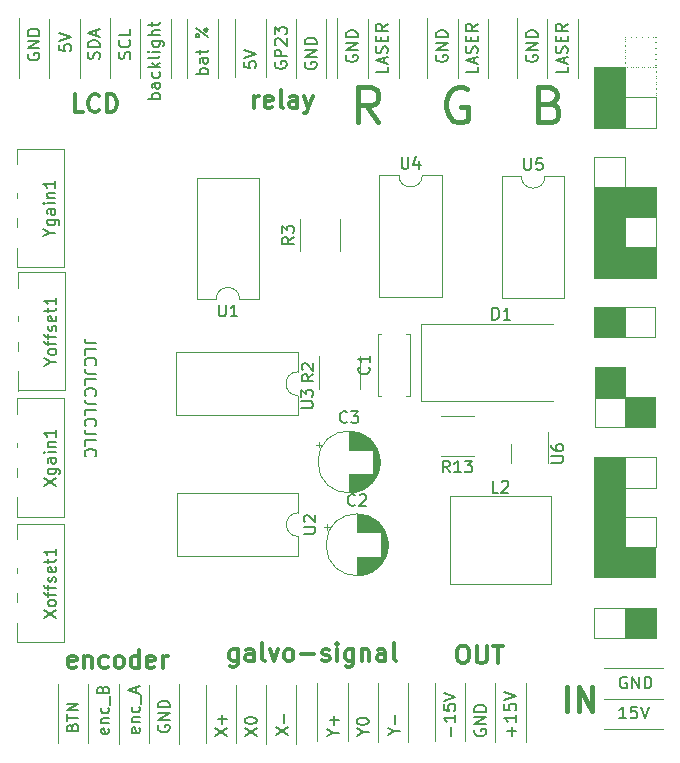
<source format=gbr>
%TF.GenerationSoftware,KiCad,Pcbnew,7.0.10*%
%TF.CreationDate,2024-01-28T16:57:24+01:00*%
%TF.ProjectId,pcb,7063622e-6b69-4636-9164-5f7063625858,rev?*%
%TF.SameCoordinates,Original*%
%TF.FileFunction,Legend,Top*%
%TF.FilePolarity,Positive*%
%FSLAX46Y46*%
G04 Gerber Fmt 4.6, Leading zero omitted, Abs format (unit mm)*
G04 Created by KiCad (PCBNEW 7.0.10) date 2024-01-28 16:57:24*
%MOMM*%
%LPD*%
G01*
G04 APERTURE LIST*
%ADD10C,0.120000*%
%ADD11C,0.150000*%
%ADD12C,0.300000*%
%ADD13C,0.450000*%
G04 APERTURE END LIST*
D10*
X254691200Y-83730000D02*
X254691200Y-78760000D01*
X278130000Y-36772850D02*
X280720800Y-36772850D01*
X280720800Y-39376350D01*
X278130000Y-39376350D01*
X278130000Y-36772850D01*
G36*
X278130000Y-36772850D02*
G01*
X280720800Y-36772850D01*
X280720800Y-39376350D01*
X278130000Y-39376350D01*
X278130000Y-36772850D01*
G37*
X267126400Y-83774600D02*
X267126400Y-78804600D01*
X275539200Y-39268400D02*
X278130000Y-39268400D01*
X278130000Y-41871900D01*
X275539200Y-41871900D01*
X275539200Y-39268400D01*
G36*
X275539200Y-39268400D02*
G01*
X278130000Y-39268400D01*
X278130000Y-41871900D01*
X275539200Y-41871900D01*
X275539200Y-39268400D01*
G37*
X252091200Y-83730000D02*
X252091200Y-78760000D01*
X281322000Y-82720800D02*
X276352000Y-82720800D01*
X278130000Y-26612850D02*
X278130000Y-26612850D01*
X278610000Y-26612850D02*
X278610000Y-26612850D01*
X279090000Y-26612850D02*
X279090000Y-26612850D01*
X279570000Y-26612850D02*
X279570000Y-26612850D01*
X280050000Y-26612850D02*
X280050000Y-26612850D01*
X280530000Y-26612850D02*
X280530000Y-26612850D01*
X280720800Y-26612850D02*
X280720800Y-26612850D01*
X280720800Y-27092850D02*
X280720800Y-27092850D01*
X280720800Y-27572850D02*
X280720800Y-27572850D01*
X280720800Y-28052850D02*
X280720800Y-28052850D01*
X280720800Y-28532850D02*
X280720800Y-28532850D01*
X280720800Y-29012850D02*
X280720800Y-29012850D01*
X280720800Y-29203650D02*
X280720800Y-29203650D01*
X280240800Y-29203650D02*
X280240800Y-29203650D01*
X279760800Y-29203650D02*
X279760800Y-29203650D01*
X279280800Y-29203650D02*
X279280800Y-29203650D01*
X278800800Y-29203650D02*
X278800800Y-29203650D01*
X278320800Y-29203650D02*
X278320800Y-29203650D01*
X278130000Y-29203650D02*
X278130000Y-29203650D01*
X278130000Y-28723650D02*
X278130000Y-28723650D01*
X278130000Y-28243650D02*
X278130000Y-28243650D01*
X278130000Y-27763650D02*
X278130000Y-27763650D01*
X278130000Y-27283650D02*
X278130000Y-27283650D01*
X278130000Y-26803650D02*
X278130000Y-26803650D01*
X263971400Y-22574000D02*
X263971400Y-27544000D01*
X274171400Y-22589000D02*
X274171400Y-27559000D01*
X278130000Y-64738250D02*
X280720800Y-64738250D01*
X280720800Y-67290950D01*
X278130000Y-67290950D01*
X278130000Y-64738250D01*
X247740800Y-27519800D02*
X247740800Y-22549800D01*
X256371400Y-22589000D02*
X256371400Y-27559000D01*
X240394800Y-83922800D02*
X240394800Y-78882800D01*
X262026400Y-83739600D02*
X262026400Y-78769600D01*
X266571400Y-22574000D02*
X266571400Y-27559000D01*
X268971400Y-22519000D02*
X268971400Y-27559000D01*
X275539200Y-26663650D02*
X278130000Y-26663650D01*
X278130000Y-29267150D01*
X275539200Y-29267150D01*
X275539200Y-26663650D01*
G36*
X275539200Y-26663650D02*
G01*
X278130000Y-26663650D01*
X278130000Y-29267150D01*
X275539200Y-29267150D01*
X275539200Y-26663650D01*
G37*
X275564600Y-52038250D02*
X278155400Y-52038250D01*
X278155400Y-54641750D01*
X275564600Y-54641750D01*
X275564600Y-52038250D01*
G36*
X275564600Y-52038250D02*
G01*
X278155400Y-52038250D01*
X278155400Y-54641750D01*
X275564600Y-54641750D01*
X275564600Y-52038250D01*
G37*
X275539200Y-72402700D02*
X278130000Y-72402700D01*
X278130000Y-75006200D01*
X275539200Y-75006200D01*
X275539200Y-72402700D01*
X278130000Y-39268400D02*
X280720800Y-39268400D01*
X280720800Y-41871900D01*
X278130000Y-41871900D01*
X278130000Y-39268400D01*
X242620800Y-83892000D02*
X242620800Y-78922000D01*
X243662200Y-27559000D02*
X243662200Y-22589000D01*
X275539200Y-59658250D02*
X278130000Y-59658250D01*
X278130000Y-62261750D01*
X275539200Y-62261750D01*
X275539200Y-59658250D01*
G36*
X275539200Y-59658250D02*
G01*
X278130000Y-59658250D01*
X278130000Y-62261750D01*
X275539200Y-62261750D01*
X275539200Y-59658250D01*
G37*
X245220800Y-83892000D02*
X245220800Y-78922000D01*
X261371400Y-22504000D02*
X261371400Y-27544000D01*
X278130000Y-24072850D02*
X278130000Y-24072850D01*
X278610000Y-24072850D02*
X278610000Y-24072850D01*
X279090000Y-24072850D02*
X279090000Y-24072850D01*
X279570000Y-24072850D02*
X279570000Y-24072850D01*
X280050000Y-24072850D02*
X280050000Y-24072850D01*
X280530000Y-24072850D02*
X280530000Y-24072850D01*
X280708100Y-24072850D02*
X280708100Y-24072850D01*
X280708100Y-24552850D02*
X280708100Y-24552850D01*
X280708100Y-25032850D02*
X280708100Y-25032850D01*
X280708100Y-25512850D02*
X280708100Y-25512850D01*
X280708100Y-25992850D02*
X280708100Y-25992850D01*
X280708100Y-26472850D02*
X280708100Y-26472850D01*
X280708100Y-26663650D02*
X280708100Y-26663650D01*
X280228100Y-26663650D02*
X280228100Y-26663650D01*
X279748100Y-26663650D02*
X279748100Y-26663650D01*
X279268100Y-26663650D02*
X279268100Y-26663650D01*
X278788100Y-26663650D02*
X278788100Y-26663650D01*
X278308100Y-26663650D02*
X278308100Y-26663650D01*
X278130000Y-26663650D02*
X278130000Y-26663650D01*
X278130000Y-26183650D02*
X278130000Y-26183650D01*
X278130000Y-25703650D02*
X278130000Y-25703650D01*
X278130000Y-25223650D02*
X278130000Y-25223650D01*
X278130000Y-24743650D02*
X278130000Y-24743650D01*
X278130000Y-24263650D02*
X278130000Y-24263650D01*
X275539200Y-34245550D02*
X278130000Y-34245550D01*
X278130000Y-36772850D01*
X275539200Y-36772850D01*
X275539200Y-34245550D01*
X278130000Y-59651900D02*
X280720800Y-59651900D01*
X280720800Y-62255400D01*
X278130000Y-62255400D01*
X278130000Y-59651900D01*
X281322000Y-80120800D02*
X276352000Y-80120800D01*
X252840800Y-27589800D02*
X252840800Y-22549800D01*
X269726400Y-83809600D02*
X269726400Y-78769600D01*
X278104600Y-46932850D02*
X280695400Y-46932850D01*
X280695400Y-49536350D01*
X278104600Y-49536350D01*
X278104600Y-46932850D01*
X278130000Y-24066500D02*
X278130000Y-24066500D01*
X278610000Y-24066500D02*
X278610000Y-24066500D01*
X279090000Y-24066500D02*
X279090000Y-24066500D01*
X279570000Y-24066500D02*
X279570000Y-24066500D01*
X280050000Y-24066500D02*
X280050000Y-24066500D01*
X280530000Y-24066500D02*
X280530000Y-24066500D01*
X280720800Y-24066500D02*
X280720800Y-24066500D01*
X280720800Y-24546500D02*
X280720800Y-24546500D01*
X280720800Y-25026500D02*
X280720800Y-25026500D01*
X280720800Y-25506500D02*
X280720800Y-25506500D01*
X280720800Y-25986500D02*
X280720800Y-25986500D01*
X280720800Y-26466500D02*
X280720800Y-26466500D01*
X280720800Y-26946500D02*
X280720800Y-26946500D01*
X280720800Y-27426500D02*
X280720800Y-27426500D01*
X280720800Y-27906500D02*
X280720800Y-27906500D01*
X280720800Y-28386500D02*
X280720800Y-28386500D01*
X280720800Y-28866500D02*
X280720800Y-28866500D01*
X280720800Y-29190950D02*
X280720800Y-29190950D01*
X280240800Y-29190950D02*
X280240800Y-29190950D01*
X279760800Y-29190950D02*
X279760800Y-29190950D01*
X279280800Y-29190950D02*
X279280800Y-29190950D01*
X278800800Y-29190950D02*
X278800800Y-29190950D01*
X278320800Y-29190950D02*
X278320800Y-29190950D01*
X278130000Y-29190950D02*
X278130000Y-29190950D01*
X278130000Y-28710950D02*
X278130000Y-28710950D01*
X278130000Y-28230950D02*
X278130000Y-28230950D01*
X278130000Y-27750950D02*
X278130000Y-27750950D01*
X278130000Y-27270950D02*
X278130000Y-27270950D01*
X278130000Y-26790950D02*
X278130000Y-26790950D01*
X278130000Y-26310950D02*
X278130000Y-26310950D01*
X278130000Y-25830950D02*
X278130000Y-25830950D01*
X278130000Y-25350950D02*
X278130000Y-25350950D01*
X278130000Y-24870950D02*
X278130000Y-24870950D01*
X278130000Y-24390950D02*
X278130000Y-24390950D01*
X275513800Y-46932850D02*
X278104600Y-46932850D01*
X278104600Y-49536350D01*
X275513800Y-49536350D01*
X275513800Y-46932850D01*
G36*
X275513800Y-46932850D02*
G01*
X278104600Y-46932850D01*
X278104600Y-49536350D01*
X275513800Y-49536350D01*
X275513800Y-46932850D01*
G37*
X281392000Y-77520800D02*
X276352000Y-77520800D01*
X237102800Y-22586600D02*
X237102800Y-27556600D01*
X237794800Y-83887800D02*
X237794800Y-78917800D01*
X271571400Y-22589000D02*
X271571400Y-27559000D01*
X259791200Y-83800000D02*
X259791200Y-78760000D01*
X239702800Y-22586600D02*
X239702800Y-27556600D01*
X250320800Y-83962000D02*
X250320800Y-78922000D01*
X278130000Y-72402700D02*
X280720800Y-72402700D01*
X280720800Y-75006200D01*
X278130000Y-75006200D01*
X278130000Y-72402700D01*
G36*
X278130000Y-72402700D02*
G01*
X280720800Y-72402700D01*
X280720800Y-75006200D01*
X278130000Y-75006200D01*
X278130000Y-72402700D01*
G37*
X250240800Y-27554800D02*
X250240800Y-22584800D01*
X232694800Y-83852800D02*
X232694800Y-78882800D01*
X235294800Y-83922800D02*
X235294800Y-78882800D01*
X278130000Y-41871900D02*
X280720800Y-41871900D01*
X280720800Y-44475400D01*
X278130000Y-44475400D01*
X278130000Y-41871900D01*
G36*
X278130000Y-41871900D02*
G01*
X280720800Y-41871900D01*
X280720800Y-44475400D01*
X278130000Y-44475400D01*
X278130000Y-41871900D01*
G37*
X275539200Y-62198250D02*
X278130000Y-62198250D01*
X278130000Y-64801750D01*
X275539200Y-64801750D01*
X275539200Y-62198250D01*
G36*
X275539200Y-62198250D02*
G01*
X278130000Y-62198250D01*
X278130000Y-64801750D01*
X275539200Y-64801750D01*
X275539200Y-62198250D01*
G37*
X226802800Y-22516600D02*
X226802800Y-27556600D01*
X245140800Y-27519800D02*
X245140800Y-22549800D01*
X241062200Y-27559000D02*
X241062200Y-22589000D01*
X275539200Y-41871900D02*
X278130000Y-41871900D01*
X278130000Y-44475400D01*
X275539200Y-44475400D01*
X275539200Y-41871900D01*
G36*
X275539200Y-41871900D02*
G01*
X278130000Y-41871900D01*
X278130000Y-44475400D01*
X275539200Y-44475400D01*
X275539200Y-41871900D01*
G37*
X275539200Y-36772850D02*
X278130000Y-36772850D01*
X278130000Y-39376350D01*
X275539200Y-39376350D01*
X275539200Y-36772850D01*
G36*
X275539200Y-36772850D02*
G01*
X278130000Y-36772850D01*
X278130000Y-39376350D01*
X275539200Y-39376350D01*
X275539200Y-36772850D01*
G37*
X275513800Y-67252850D02*
X278104600Y-67252850D01*
X278104600Y-69856350D01*
X275513800Y-69856350D01*
X275513800Y-67252850D01*
G36*
X275513800Y-67252850D02*
G01*
X278104600Y-67252850D01*
X278104600Y-69856350D01*
X275513800Y-69856350D01*
X275513800Y-67252850D01*
G37*
X275564600Y-54546500D02*
X278155400Y-54546500D01*
X278155400Y-57150000D01*
X275564600Y-57150000D01*
X275564600Y-54546500D01*
X253771400Y-22519000D02*
X253771400Y-27559000D01*
X275539200Y-64687450D02*
X278130000Y-64687450D01*
X278130000Y-67290950D01*
X275539200Y-67290950D01*
X275539200Y-64687450D01*
G36*
X275539200Y-64687450D02*
G01*
X278130000Y-64687450D01*
X278130000Y-67290950D01*
X275539200Y-67290950D01*
X275539200Y-64687450D01*
G37*
X235294800Y-83852800D02*
X235294800Y-78882800D01*
X230094800Y-83852800D02*
X230094800Y-78882800D01*
X247720800Y-83927000D02*
X247720800Y-78957000D01*
X275539200Y-29203650D02*
X278130000Y-29203650D01*
X278130000Y-31807150D01*
X275539200Y-31807150D01*
X275539200Y-29203650D01*
G36*
X275539200Y-29203650D02*
G01*
X278130000Y-29203650D01*
X278130000Y-31807150D01*
X275539200Y-31807150D01*
X275539200Y-29203650D01*
G37*
X278104600Y-54552850D02*
X280695400Y-54552850D01*
X280695400Y-57156350D01*
X278104600Y-57156350D01*
X278104600Y-54552850D01*
G36*
X278104600Y-54552850D02*
G01*
X280695400Y-54552850D01*
X280695400Y-57156350D01*
X278104600Y-57156350D01*
X278104600Y-54552850D01*
G37*
X278104600Y-67252850D02*
X280695400Y-67252850D01*
X280695400Y-69856350D01*
X278104600Y-69856350D01*
X278104600Y-67252850D01*
G36*
X278104600Y-67252850D02*
G01*
X280695400Y-67252850D01*
X280695400Y-69856350D01*
X278104600Y-69856350D01*
X278104600Y-67252850D01*
G37*
X278130000Y-29203650D02*
X280720800Y-29203650D01*
X280720800Y-31807150D01*
X278130000Y-31807150D01*
X278130000Y-29203650D01*
X229402800Y-22586600D02*
X229402800Y-27556600D01*
X257191200Y-83765000D02*
X257191200Y-78795000D01*
X232002800Y-22586600D02*
X232002800Y-27556600D01*
X264626400Y-83739600D02*
X264626400Y-78769600D01*
X258971400Y-22589000D02*
X258971400Y-27559000D01*
X234502800Y-22516600D02*
X234502800Y-27556600D01*
D11*
X237002000Y-82602800D02*
X237049619Y-82698038D01*
X237049619Y-82698038D02*
X237049619Y-82888514D01*
X237049619Y-82888514D02*
X237002000Y-82983752D01*
X237002000Y-82983752D02*
X236906761Y-83031371D01*
X236906761Y-83031371D02*
X236525809Y-83031371D01*
X236525809Y-83031371D02*
X236430571Y-82983752D01*
X236430571Y-82983752D02*
X236382952Y-82888514D01*
X236382952Y-82888514D02*
X236382952Y-82698038D01*
X236382952Y-82698038D02*
X236430571Y-82602800D01*
X236430571Y-82602800D02*
X236525809Y-82555181D01*
X236525809Y-82555181D02*
X236621047Y-82555181D01*
X236621047Y-82555181D02*
X236716285Y-83031371D01*
X236382952Y-82126609D02*
X237049619Y-82126609D01*
X236478190Y-82126609D02*
X236430571Y-82078990D01*
X236430571Y-82078990D02*
X236382952Y-81983752D01*
X236382952Y-81983752D02*
X236382952Y-81840895D01*
X236382952Y-81840895D02*
X236430571Y-81745657D01*
X236430571Y-81745657D02*
X236525809Y-81698038D01*
X236525809Y-81698038D02*
X237049619Y-81698038D01*
X237002000Y-80793276D02*
X237049619Y-80888514D01*
X237049619Y-80888514D02*
X237049619Y-81078990D01*
X237049619Y-81078990D02*
X237002000Y-81174228D01*
X237002000Y-81174228D02*
X236954380Y-81221847D01*
X236954380Y-81221847D02*
X236859142Y-81269466D01*
X236859142Y-81269466D02*
X236573428Y-81269466D01*
X236573428Y-81269466D02*
X236478190Y-81221847D01*
X236478190Y-81221847D02*
X236430571Y-81174228D01*
X236430571Y-81174228D02*
X236382952Y-81078990D01*
X236382952Y-81078990D02*
X236382952Y-80888514D01*
X236382952Y-80888514D02*
X236430571Y-80793276D01*
X237144857Y-80602800D02*
X237144857Y-79840895D01*
X236763904Y-79650418D02*
X236763904Y-79174228D01*
X237049619Y-79745656D02*
X236049619Y-79412323D01*
X236049619Y-79412323D02*
X237049619Y-79078990D01*
D12*
X231627800Y-77416500D02*
X231484943Y-77487928D01*
X231484943Y-77487928D02*
X231199229Y-77487928D01*
X231199229Y-77487928D02*
X231056371Y-77416500D01*
X231056371Y-77416500D02*
X230984943Y-77273642D01*
X230984943Y-77273642D02*
X230984943Y-76702214D01*
X230984943Y-76702214D02*
X231056371Y-76559357D01*
X231056371Y-76559357D02*
X231199229Y-76487928D01*
X231199229Y-76487928D02*
X231484943Y-76487928D01*
X231484943Y-76487928D02*
X231627800Y-76559357D01*
X231627800Y-76559357D02*
X231699229Y-76702214D01*
X231699229Y-76702214D02*
X231699229Y-76845071D01*
X231699229Y-76845071D02*
X230984943Y-76987928D01*
X232342085Y-76487928D02*
X232342085Y-77487928D01*
X232342085Y-76630785D02*
X232413514Y-76559357D01*
X232413514Y-76559357D02*
X232556371Y-76487928D01*
X232556371Y-76487928D02*
X232770657Y-76487928D01*
X232770657Y-76487928D02*
X232913514Y-76559357D01*
X232913514Y-76559357D02*
X232984943Y-76702214D01*
X232984943Y-76702214D02*
X232984943Y-77487928D01*
X234342086Y-77416500D02*
X234199228Y-77487928D01*
X234199228Y-77487928D02*
X233913514Y-77487928D01*
X233913514Y-77487928D02*
X233770657Y-77416500D01*
X233770657Y-77416500D02*
X233699228Y-77345071D01*
X233699228Y-77345071D02*
X233627800Y-77202214D01*
X233627800Y-77202214D02*
X233627800Y-76773642D01*
X233627800Y-76773642D02*
X233699228Y-76630785D01*
X233699228Y-76630785D02*
X233770657Y-76559357D01*
X233770657Y-76559357D02*
X233913514Y-76487928D01*
X233913514Y-76487928D02*
X234199228Y-76487928D01*
X234199228Y-76487928D02*
X234342086Y-76559357D01*
X235199228Y-77487928D02*
X235056371Y-77416500D01*
X235056371Y-77416500D02*
X234984942Y-77345071D01*
X234984942Y-77345071D02*
X234913514Y-77202214D01*
X234913514Y-77202214D02*
X234913514Y-76773642D01*
X234913514Y-76773642D02*
X234984942Y-76630785D01*
X234984942Y-76630785D02*
X235056371Y-76559357D01*
X235056371Y-76559357D02*
X235199228Y-76487928D01*
X235199228Y-76487928D02*
X235413514Y-76487928D01*
X235413514Y-76487928D02*
X235556371Y-76559357D01*
X235556371Y-76559357D02*
X235627800Y-76630785D01*
X235627800Y-76630785D02*
X235699228Y-76773642D01*
X235699228Y-76773642D02*
X235699228Y-77202214D01*
X235699228Y-77202214D02*
X235627800Y-77345071D01*
X235627800Y-77345071D02*
X235556371Y-77416500D01*
X235556371Y-77416500D02*
X235413514Y-77487928D01*
X235413514Y-77487928D02*
X235199228Y-77487928D01*
X236984943Y-77487928D02*
X236984943Y-75987928D01*
X236984943Y-77416500D02*
X236842085Y-77487928D01*
X236842085Y-77487928D02*
X236556371Y-77487928D01*
X236556371Y-77487928D02*
X236413514Y-77416500D01*
X236413514Y-77416500D02*
X236342085Y-77345071D01*
X236342085Y-77345071D02*
X236270657Y-77202214D01*
X236270657Y-77202214D02*
X236270657Y-76773642D01*
X236270657Y-76773642D02*
X236342085Y-76630785D01*
X236342085Y-76630785D02*
X236413514Y-76559357D01*
X236413514Y-76559357D02*
X236556371Y-76487928D01*
X236556371Y-76487928D02*
X236842085Y-76487928D01*
X236842085Y-76487928D02*
X236984943Y-76559357D01*
X238270657Y-77416500D02*
X238127800Y-77487928D01*
X238127800Y-77487928D02*
X237842086Y-77487928D01*
X237842086Y-77487928D02*
X237699228Y-77416500D01*
X237699228Y-77416500D02*
X237627800Y-77273642D01*
X237627800Y-77273642D02*
X237627800Y-76702214D01*
X237627800Y-76702214D02*
X237699228Y-76559357D01*
X237699228Y-76559357D02*
X237842086Y-76487928D01*
X237842086Y-76487928D02*
X238127800Y-76487928D01*
X238127800Y-76487928D02*
X238270657Y-76559357D01*
X238270657Y-76559357D02*
X238342086Y-76702214D01*
X238342086Y-76702214D02*
X238342086Y-76845071D01*
X238342086Y-76845071D02*
X237627800Y-76987928D01*
X238984942Y-77487928D02*
X238984942Y-76487928D01*
X238984942Y-76773642D02*
X239056371Y-76630785D01*
X239056371Y-76630785D02*
X239127800Y-76559357D01*
X239127800Y-76559357D02*
X239270657Y-76487928D01*
X239270657Y-76487928D02*
X239413514Y-76487928D01*
D11*
X233387780Y-50025493D02*
X232673495Y-50025493D01*
X232673495Y-50025493D02*
X232530638Y-49977874D01*
X232530638Y-49977874D02*
X232435400Y-49882636D01*
X232435400Y-49882636D02*
X232387780Y-49739779D01*
X232387780Y-49739779D02*
X232387780Y-49644541D01*
X232387780Y-50977874D02*
X232387780Y-50501684D01*
X232387780Y-50501684D02*
X233387780Y-50501684D01*
X232483019Y-51882636D02*
X232435400Y-51835017D01*
X232435400Y-51835017D02*
X232387780Y-51692160D01*
X232387780Y-51692160D02*
X232387780Y-51596922D01*
X232387780Y-51596922D02*
X232435400Y-51454065D01*
X232435400Y-51454065D02*
X232530638Y-51358827D01*
X232530638Y-51358827D02*
X232625876Y-51311208D01*
X232625876Y-51311208D02*
X232816352Y-51263589D01*
X232816352Y-51263589D02*
X232959209Y-51263589D01*
X232959209Y-51263589D02*
X233149685Y-51311208D01*
X233149685Y-51311208D02*
X233244923Y-51358827D01*
X233244923Y-51358827D02*
X233340161Y-51454065D01*
X233340161Y-51454065D02*
X233387780Y-51596922D01*
X233387780Y-51596922D02*
X233387780Y-51692160D01*
X233387780Y-51692160D02*
X233340161Y-51835017D01*
X233340161Y-51835017D02*
X233292542Y-51882636D01*
X233387780Y-52596922D02*
X232673495Y-52596922D01*
X232673495Y-52596922D02*
X232530638Y-52549303D01*
X232530638Y-52549303D02*
X232435400Y-52454065D01*
X232435400Y-52454065D02*
X232387780Y-52311208D01*
X232387780Y-52311208D02*
X232387780Y-52215970D01*
X232387780Y-53549303D02*
X232387780Y-53073113D01*
X232387780Y-53073113D02*
X233387780Y-53073113D01*
X232483019Y-54454065D02*
X232435400Y-54406446D01*
X232435400Y-54406446D02*
X232387780Y-54263589D01*
X232387780Y-54263589D02*
X232387780Y-54168351D01*
X232387780Y-54168351D02*
X232435400Y-54025494D01*
X232435400Y-54025494D02*
X232530638Y-53930256D01*
X232530638Y-53930256D02*
X232625876Y-53882637D01*
X232625876Y-53882637D02*
X232816352Y-53835018D01*
X232816352Y-53835018D02*
X232959209Y-53835018D01*
X232959209Y-53835018D02*
X233149685Y-53882637D01*
X233149685Y-53882637D02*
X233244923Y-53930256D01*
X233244923Y-53930256D02*
X233340161Y-54025494D01*
X233340161Y-54025494D02*
X233387780Y-54168351D01*
X233387780Y-54168351D02*
X233387780Y-54263589D01*
X233387780Y-54263589D02*
X233340161Y-54406446D01*
X233340161Y-54406446D02*
X233292542Y-54454065D01*
X233387780Y-55168351D02*
X232673495Y-55168351D01*
X232673495Y-55168351D02*
X232530638Y-55120732D01*
X232530638Y-55120732D02*
X232435400Y-55025494D01*
X232435400Y-55025494D02*
X232387780Y-54882637D01*
X232387780Y-54882637D02*
X232387780Y-54787399D01*
X232387780Y-56120732D02*
X232387780Y-55644542D01*
X232387780Y-55644542D02*
X233387780Y-55644542D01*
X232483019Y-57025494D02*
X232435400Y-56977875D01*
X232435400Y-56977875D02*
X232387780Y-56835018D01*
X232387780Y-56835018D02*
X232387780Y-56739780D01*
X232387780Y-56739780D02*
X232435400Y-56596923D01*
X232435400Y-56596923D02*
X232530638Y-56501685D01*
X232530638Y-56501685D02*
X232625876Y-56454066D01*
X232625876Y-56454066D02*
X232816352Y-56406447D01*
X232816352Y-56406447D02*
X232959209Y-56406447D01*
X232959209Y-56406447D02*
X233149685Y-56454066D01*
X233149685Y-56454066D02*
X233244923Y-56501685D01*
X233244923Y-56501685D02*
X233340161Y-56596923D01*
X233340161Y-56596923D02*
X233387780Y-56739780D01*
X233387780Y-56739780D02*
X233387780Y-56835018D01*
X233387780Y-56835018D02*
X233340161Y-56977875D01*
X233340161Y-56977875D02*
X233292542Y-57025494D01*
X233387780Y-57739780D02*
X232673495Y-57739780D01*
X232673495Y-57739780D02*
X232530638Y-57692161D01*
X232530638Y-57692161D02*
X232435400Y-57596923D01*
X232435400Y-57596923D02*
X232387780Y-57454066D01*
X232387780Y-57454066D02*
X232387780Y-57358828D01*
X232387780Y-58692161D02*
X232387780Y-58215971D01*
X232387780Y-58215971D02*
X233387780Y-58215971D01*
X232483019Y-59596923D02*
X232435400Y-59549304D01*
X232435400Y-59549304D02*
X232387780Y-59406447D01*
X232387780Y-59406447D02*
X232387780Y-59311209D01*
X232387780Y-59311209D02*
X232435400Y-59168352D01*
X232435400Y-59168352D02*
X232530638Y-59073114D01*
X232530638Y-59073114D02*
X232625876Y-59025495D01*
X232625876Y-59025495D02*
X232816352Y-58977876D01*
X232816352Y-58977876D02*
X232959209Y-58977876D01*
X232959209Y-58977876D02*
X233149685Y-59025495D01*
X233149685Y-59025495D02*
X233244923Y-59073114D01*
X233244923Y-59073114D02*
X233340161Y-59168352D01*
X233340161Y-59168352D02*
X233387780Y-59311209D01*
X233387780Y-59311209D02*
X233387780Y-59406447D01*
X233387780Y-59406447D02*
X233340161Y-59549304D01*
X233340161Y-59549304D02*
X233292542Y-59596923D01*
X236210000Y-25927075D02*
X236257619Y-25784218D01*
X236257619Y-25784218D02*
X236257619Y-25546123D01*
X236257619Y-25546123D02*
X236210000Y-25450885D01*
X236210000Y-25450885D02*
X236162380Y-25403266D01*
X236162380Y-25403266D02*
X236067142Y-25355647D01*
X236067142Y-25355647D02*
X235971904Y-25355647D01*
X235971904Y-25355647D02*
X235876666Y-25403266D01*
X235876666Y-25403266D02*
X235829047Y-25450885D01*
X235829047Y-25450885D02*
X235781428Y-25546123D01*
X235781428Y-25546123D02*
X235733809Y-25736599D01*
X235733809Y-25736599D02*
X235686190Y-25831837D01*
X235686190Y-25831837D02*
X235638571Y-25879456D01*
X235638571Y-25879456D02*
X235543333Y-25927075D01*
X235543333Y-25927075D02*
X235448095Y-25927075D01*
X235448095Y-25927075D02*
X235352857Y-25879456D01*
X235352857Y-25879456D02*
X235305238Y-25831837D01*
X235305238Y-25831837D02*
X235257619Y-25736599D01*
X235257619Y-25736599D02*
X235257619Y-25498504D01*
X235257619Y-25498504D02*
X235305238Y-25355647D01*
X236162380Y-24355647D02*
X236210000Y-24403266D01*
X236210000Y-24403266D02*
X236257619Y-24546123D01*
X236257619Y-24546123D02*
X236257619Y-24641361D01*
X236257619Y-24641361D02*
X236210000Y-24784218D01*
X236210000Y-24784218D02*
X236114761Y-24879456D01*
X236114761Y-24879456D02*
X236019523Y-24927075D01*
X236019523Y-24927075D02*
X235829047Y-24974694D01*
X235829047Y-24974694D02*
X235686190Y-24974694D01*
X235686190Y-24974694D02*
X235495714Y-24927075D01*
X235495714Y-24927075D02*
X235400476Y-24879456D01*
X235400476Y-24879456D02*
X235305238Y-24784218D01*
X235305238Y-24784218D02*
X235257619Y-24641361D01*
X235257619Y-24641361D02*
X235257619Y-24546123D01*
X235257619Y-24546123D02*
X235305238Y-24403266D01*
X235305238Y-24403266D02*
X235352857Y-24355647D01*
X236257619Y-23450885D02*
X236257619Y-23927075D01*
X236257619Y-23927075D02*
X235257619Y-23927075D01*
X242796219Y-27203161D02*
X241796219Y-27203161D01*
X242177171Y-27203161D02*
X242129552Y-27107923D01*
X242129552Y-27107923D02*
X242129552Y-26917447D01*
X242129552Y-26917447D02*
X242177171Y-26822209D01*
X242177171Y-26822209D02*
X242224790Y-26774590D01*
X242224790Y-26774590D02*
X242320028Y-26726971D01*
X242320028Y-26726971D02*
X242605742Y-26726971D01*
X242605742Y-26726971D02*
X242700980Y-26774590D01*
X242700980Y-26774590D02*
X242748600Y-26822209D01*
X242748600Y-26822209D02*
X242796219Y-26917447D01*
X242796219Y-26917447D02*
X242796219Y-27107923D01*
X242796219Y-27107923D02*
X242748600Y-27203161D01*
X242796219Y-25869828D02*
X242272409Y-25869828D01*
X242272409Y-25869828D02*
X242177171Y-25917447D01*
X242177171Y-25917447D02*
X242129552Y-26012685D01*
X242129552Y-26012685D02*
X242129552Y-26203161D01*
X242129552Y-26203161D02*
X242177171Y-26298399D01*
X242748600Y-25869828D02*
X242796219Y-25965066D01*
X242796219Y-25965066D02*
X242796219Y-26203161D01*
X242796219Y-26203161D02*
X242748600Y-26298399D01*
X242748600Y-26298399D02*
X242653361Y-26346018D01*
X242653361Y-26346018D02*
X242558123Y-26346018D01*
X242558123Y-26346018D02*
X242462885Y-26298399D01*
X242462885Y-26298399D02*
X242415266Y-26203161D01*
X242415266Y-26203161D02*
X242415266Y-25965066D01*
X242415266Y-25965066D02*
X242367647Y-25869828D01*
X242129552Y-25536494D02*
X242129552Y-25155542D01*
X241796219Y-25393637D02*
X242653361Y-25393637D01*
X242653361Y-25393637D02*
X242748600Y-25346018D01*
X242748600Y-25346018D02*
X242796219Y-25250780D01*
X242796219Y-25250780D02*
X242796219Y-25155542D01*
X242796219Y-24107922D02*
X241796219Y-23346018D01*
X241796219Y-23965065D02*
X241843838Y-23869827D01*
X241843838Y-23869827D02*
X241939076Y-23822208D01*
X241939076Y-23822208D02*
X242034314Y-23869827D01*
X242034314Y-23869827D02*
X242081933Y-23965065D01*
X242081933Y-23965065D02*
X242034314Y-24060303D01*
X242034314Y-24060303D02*
X241939076Y-24107922D01*
X241939076Y-24107922D02*
X241843838Y-24060303D01*
X241843838Y-24060303D02*
X241796219Y-23965065D01*
X242748600Y-23393637D02*
X242653361Y-23346018D01*
X242653361Y-23346018D02*
X242558123Y-23393637D01*
X242558123Y-23393637D02*
X242510504Y-23488875D01*
X242510504Y-23488875D02*
X242558123Y-23584113D01*
X242558123Y-23584113D02*
X242653361Y-23631732D01*
X242653361Y-23631732D02*
X242748600Y-23584113D01*
X242748600Y-23584113D02*
X242796219Y-23488875D01*
X242796219Y-23488875D02*
X242748600Y-23393637D01*
X278274095Y-78293238D02*
X278178857Y-78245619D01*
X278178857Y-78245619D02*
X278036000Y-78245619D01*
X278036000Y-78245619D02*
X277893143Y-78293238D01*
X277893143Y-78293238D02*
X277797905Y-78388476D01*
X277797905Y-78388476D02*
X277750286Y-78483714D01*
X277750286Y-78483714D02*
X277702667Y-78674190D01*
X277702667Y-78674190D02*
X277702667Y-78817047D01*
X277702667Y-78817047D02*
X277750286Y-79007523D01*
X277750286Y-79007523D02*
X277797905Y-79102761D01*
X277797905Y-79102761D02*
X277893143Y-79198000D01*
X277893143Y-79198000D02*
X278036000Y-79245619D01*
X278036000Y-79245619D02*
X278131238Y-79245619D01*
X278131238Y-79245619D02*
X278274095Y-79198000D01*
X278274095Y-79198000D02*
X278321714Y-79150380D01*
X278321714Y-79150380D02*
X278321714Y-78817047D01*
X278321714Y-78817047D02*
X278131238Y-78817047D01*
X278750286Y-79245619D02*
X278750286Y-78245619D01*
X278750286Y-78245619D02*
X279321714Y-79245619D01*
X279321714Y-79245619D02*
X279321714Y-78245619D01*
X279797905Y-79245619D02*
X279797905Y-78245619D01*
X279797905Y-78245619D02*
X280036000Y-78245619D01*
X280036000Y-78245619D02*
X280178857Y-78293238D01*
X280178857Y-78293238D02*
X280274095Y-78388476D01*
X280274095Y-78388476D02*
X280321714Y-78483714D01*
X280321714Y-78483714D02*
X280369333Y-78674190D01*
X280369333Y-78674190D02*
X280369333Y-78817047D01*
X280369333Y-78817047D02*
X280321714Y-79007523D01*
X280321714Y-79007523D02*
X280274095Y-79102761D01*
X280274095Y-79102761D02*
X280178857Y-79198000D01*
X280178857Y-79198000D02*
X280036000Y-79245619D01*
X280036000Y-79245619D02*
X279797905Y-79245619D01*
D12*
X264285600Y-75618428D02*
X264571314Y-75618428D01*
X264571314Y-75618428D02*
X264714171Y-75689857D01*
X264714171Y-75689857D02*
X264857028Y-75832714D01*
X264857028Y-75832714D02*
X264928457Y-76118428D01*
X264928457Y-76118428D02*
X264928457Y-76618428D01*
X264928457Y-76618428D02*
X264857028Y-76904142D01*
X264857028Y-76904142D02*
X264714171Y-77047000D01*
X264714171Y-77047000D02*
X264571314Y-77118428D01*
X264571314Y-77118428D02*
X264285600Y-77118428D01*
X264285600Y-77118428D02*
X264142743Y-77047000D01*
X264142743Y-77047000D02*
X263999885Y-76904142D01*
X263999885Y-76904142D02*
X263928457Y-76618428D01*
X263928457Y-76618428D02*
X263928457Y-76118428D01*
X263928457Y-76118428D02*
X263999885Y-75832714D01*
X263999885Y-75832714D02*
X264142743Y-75689857D01*
X264142743Y-75689857D02*
X264285600Y-75618428D01*
X265571314Y-75618428D02*
X265571314Y-76832714D01*
X265571314Y-76832714D02*
X265642743Y-76975571D01*
X265642743Y-76975571D02*
X265714172Y-77047000D01*
X265714172Y-77047000D02*
X265857029Y-77118428D01*
X265857029Y-77118428D02*
X266142743Y-77118428D01*
X266142743Y-77118428D02*
X266285600Y-77047000D01*
X266285600Y-77047000D02*
X266357029Y-76975571D01*
X266357029Y-76975571D02*
X266428457Y-76832714D01*
X266428457Y-76832714D02*
X266428457Y-75618428D01*
X266928458Y-75618428D02*
X267785601Y-75618428D01*
X267357029Y-77118428D02*
X267357029Y-75618428D01*
D11*
X253441428Y-82981647D02*
X253917619Y-82981647D01*
X252917619Y-83314980D02*
X253441428Y-82981647D01*
X253441428Y-82981647D02*
X252917619Y-82648314D01*
X253536666Y-82314980D02*
X253536666Y-81553076D01*
X253917619Y-81934028D02*
X253155714Y-81934028D01*
X255951428Y-82936990D02*
X256427619Y-82936990D01*
X255427619Y-83270323D02*
X255951428Y-82936990D01*
X255951428Y-82936990D02*
X255427619Y-82603657D01*
X255427619Y-82079847D02*
X255427619Y-81984609D01*
X255427619Y-81984609D02*
X255475238Y-81889371D01*
X255475238Y-81889371D02*
X255522857Y-81841752D01*
X255522857Y-81841752D02*
X255618095Y-81794133D01*
X255618095Y-81794133D02*
X255808571Y-81746514D01*
X255808571Y-81746514D02*
X256046666Y-81746514D01*
X256046666Y-81746514D02*
X256237142Y-81794133D01*
X256237142Y-81794133D02*
X256332380Y-81841752D01*
X256332380Y-81841752D02*
X256380000Y-81889371D01*
X256380000Y-81889371D02*
X256427619Y-81984609D01*
X256427619Y-81984609D02*
X256427619Y-82079847D01*
X256427619Y-82079847D02*
X256380000Y-82175085D01*
X256380000Y-82175085D02*
X256332380Y-82222704D01*
X256332380Y-82222704D02*
X256237142Y-82270323D01*
X256237142Y-82270323D02*
X256046666Y-82317942D01*
X256046666Y-82317942D02*
X255808571Y-82317942D01*
X255808571Y-82317942D02*
X255618095Y-82270323D01*
X255618095Y-82270323D02*
X255522857Y-82222704D01*
X255522857Y-82222704D02*
X255475238Y-82175085D01*
X255475238Y-82175085D02*
X255427619Y-82079847D01*
X245950219Y-83257923D02*
X246950219Y-82591257D01*
X245950219Y-82591257D02*
X246950219Y-83257923D01*
X245950219Y-82019828D02*
X245950219Y-81924590D01*
X245950219Y-81924590D02*
X245997838Y-81829352D01*
X245997838Y-81829352D02*
X246045457Y-81781733D01*
X246045457Y-81781733D02*
X246140695Y-81734114D01*
X246140695Y-81734114D02*
X246331171Y-81686495D01*
X246331171Y-81686495D02*
X246569266Y-81686495D01*
X246569266Y-81686495D02*
X246759742Y-81734114D01*
X246759742Y-81734114D02*
X246854980Y-81781733D01*
X246854980Y-81781733D02*
X246902600Y-81829352D01*
X246902600Y-81829352D02*
X246950219Y-81924590D01*
X246950219Y-81924590D02*
X246950219Y-82019828D01*
X246950219Y-82019828D02*
X246902600Y-82115066D01*
X246902600Y-82115066D02*
X246854980Y-82162685D01*
X246854980Y-82162685D02*
X246759742Y-82210304D01*
X246759742Y-82210304D02*
X246569266Y-82257923D01*
X246569266Y-82257923D02*
X246331171Y-82257923D01*
X246331171Y-82257923D02*
X246140695Y-82210304D01*
X246140695Y-82210304D02*
X246045457Y-82162685D01*
X246045457Y-82162685D02*
X245997838Y-82115066D01*
X245997838Y-82115066D02*
X245950219Y-82019828D01*
X248524038Y-26209476D02*
X248476419Y-26304714D01*
X248476419Y-26304714D02*
X248476419Y-26447571D01*
X248476419Y-26447571D02*
X248524038Y-26590428D01*
X248524038Y-26590428D02*
X248619276Y-26685666D01*
X248619276Y-26685666D02*
X248714514Y-26733285D01*
X248714514Y-26733285D02*
X248904990Y-26780904D01*
X248904990Y-26780904D02*
X249047847Y-26780904D01*
X249047847Y-26780904D02*
X249238323Y-26733285D01*
X249238323Y-26733285D02*
X249333561Y-26685666D01*
X249333561Y-26685666D02*
X249428800Y-26590428D01*
X249428800Y-26590428D02*
X249476419Y-26447571D01*
X249476419Y-26447571D02*
X249476419Y-26352333D01*
X249476419Y-26352333D02*
X249428800Y-26209476D01*
X249428800Y-26209476D02*
X249381180Y-26161857D01*
X249381180Y-26161857D02*
X249047847Y-26161857D01*
X249047847Y-26161857D02*
X249047847Y-26352333D01*
X249476419Y-25733285D02*
X248476419Y-25733285D01*
X248476419Y-25733285D02*
X248476419Y-25352333D01*
X248476419Y-25352333D02*
X248524038Y-25257095D01*
X248524038Y-25257095D02*
X248571657Y-25209476D01*
X248571657Y-25209476D02*
X248666895Y-25161857D01*
X248666895Y-25161857D02*
X248809752Y-25161857D01*
X248809752Y-25161857D02*
X248904990Y-25209476D01*
X248904990Y-25209476D02*
X248952609Y-25257095D01*
X248952609Y-25257095D02*
X249000228Y-25352333D01*
X249000228Y-25352333D02*
X249000228Y-25733285D01*
X248571657Y-24780904D02*
X248524038Y-24733285D01*
X248524038Y-24733285D02*
X248476419Y-24638047D01*
X248476419Y-24638047D02*
X248476419Y-24399952D01*
X248476419Y-24399952D02*
X248524038Y-24304714D01*
X248524038Y-24304714D02*
X248571657Y-24257095D01*
X248571657Y-24257095D02*
X248666895Y-24209476D01*
X248666895Y-24209476D02*
X248762133Y-24209476D01*
X248762133Y-24209476D02*
X248904990Y-24257095D01*
X248904990Y-24257095D02*
X249476419Y-24828523D01*
X249476419Y-24828523D02*
X249476419Y-24209476D01*
X248476419Y-23876142D02*
X248476419Y-23257095D01*
X248476419Y-23257095D02*
X248857371Y-23590428D01*
X248857371Y-23590428D02*
X248857371Y-23447571D01*
X248857371Y-23447571D02*
X248904990Y-23352333D01*
X248904990Y-23352333D02*
X248952609Y-23304714D01*
X248952609Y-23304714D02*
X249047847Y-23257095D01*
X249047847Y-23257095D02*
X249285942Y-23257095D01*
X249285942Y-23257095D02*
X249381180Y-23304714D01*
X249381180Y-23304714D02*
X249428800Y-23352333D01*
X249428800Y-23352333D02*
X249476419Y-23447571D01*
X249476419Y-23447571D02*
X249476419Y-23733285D01*
X249476419Y-23733285D02*
X249428800Y-23828523D01*
X249428800Y-23828523D02*
X249381180Y-23876142D01*
X243421819Y-83299180D02*
X244421819Y-82632514D01*
X243421819Y-82632514D02*
X244421819Y-83299180D01*
X244040866Y-82251561D02*
X244040866Y-81489657D01*
X244421819Y-81870609D02*
X243659914Y-81870609D01*
X268540266Y-83259504D02*
X268540266Y-82497600D01*
X268921219Y-82878552D02*
X268159314Y-82878552D01*
X268921219Y-81497600D02*
X268921219Y-82069028D01*
X268921219Y-81783314D02*
X267921219Y-81783314D01*
X267921219Y-81783314D02*
X268064076Y-81878552D01*
X268064076Y-81878552D02*
X268159314Y-81973790D01*
X268159314Y-81973790D02*
X268206933Y-82069028D01*
X267921219Y-80592838D02*
X267921219Y-81069028D01*
X267921219Y-81069028D02*
X268397409Y-81116647D01*
X268397409Y-81116647D02*
X268349790Y-81069028D01*
X268349790Y-81069028D02*
X268302171Y-80973790D01*
X268302171Y-80973790D02*
X268302171Y-80735695D01*
X268302171Y-80735695D02*
X268349790Y-80640457D01*
X268349790Y-80640457D02*
X268397409Y-80592838D01*
X268397409Y-80592838D02*
X268492647Y-80545219D01*
X268492647Y-80545219D02*
X268730742Y-80545219D01*
X268730742Y-80545219D02*
X268825980Y-80592838D01*
X268825980Y-80592838D02*
X268873600Y-80640457D01*
X268873600Y-80640457D02*
X268921219Y-80735695D01*
X268921219Y-80735695D02*
X268921219Y-80973790D01*
X268921219Y-80973790D02*
X268873600Y-81069028D01*
X268873600Y-81069028D02*
X268825980Y-81116647D01*
X267921219Y-80259504D02*
X268921219Y-79926171D01*
X268921219Y-79926171D02*
X267921219Y-79592838D01*
X265428838Y-82727704D02*
X265381219Y-82822942D01*
X265381219Y-82822942D02*
X265381219Y-82965799D01*
X265381219Y-82965799D02*
X265428838Y-83108656D01*
X265428838Y-83108656D02*
X265524076Y-83203894D01*
X265524076Y-83203894D02*
X265619314Y-83251513D01*
X265619314Y-83251513D02*
X265809790Y-83299132D01*
X265809790Y-83299132D02*
X265952647Y-83299132D01*
X265952647Y-83299132D02*
X266143123Y-83251513D01*
X266143123Y-83251513D02*
X266238361Y-83203894D01*
X266238361Y-83203894D02*
X266333600Y-83108656D01*
X266333600Y-83108656D02*
X266381219Y-82965799D01*
X266381219Y-82965799D02*
X266381219Y-82870561D01*
X266381219Y-82870561D02*
X266333600Y-82727704D01*
X266333600Y-82727704D02*
X266285980Y-82680085D01*
X266285980Y-82680085D02*
X265952647Y-82680085D01*
X265952647Y-82680085D02*
X265952647Y-82870561D01*
X266381219Y-82251513D02*
X265381219Y-82251513D01*
X265381219Y-82251513D02*
X266381219Y-81680085D01*
X266381219Y-81680085D02*
X265381219Y-81680085D01*
X266381219Y-81203894D02*
X265381219Y-81203894D01*
X265381219Y-81203894D02*
X265381219Y-80965799D01*
X265381219Y-80965799D02*
X265428838Y-80822942D01*
X265428838Y-80822942D02*
X265524076Y-80727704D01*
X265524076Y-80727704D02*
X265619314Y-80680085D01*
X265619314Y-80680085D02*
X265809790Y-80632466D01*
X265809790Y-80632466D02*
X265952647Y-80632466D01*
X265952647Y-80632466D02*
X266143123Y-80680085D01*
X266143123Y-80680085D02*
X266238361Y-80727704D01*
X266238361Y-80727704D02*
X266333600Y-80822942D01*
X266333600Y-80822942D02*
X266381219Y-80965799D01*
X266381219Y-80965799D02*
X266381219Y-81203894D01*
X231325809Y-82536133D02*
X231373428Y-82393276D01*
X231373428Y-82393276D02*
X231421047Y-82345657D01*
X231421047Y-82345657D02*
X231516285Y-82298038D01*
X231516285Y-82298038D02*
X231659142Y-82298038D01*
X231659142Y-82298038D02*
X231754380Y-82345657D01*
X231754380Y-82345657D02*
X231802000Y-82393276D01*
X231802000Y-82393276D02*
X231849619Y-82488514D01*
X231849619Y-82488514D02*
X231849619Y-82869466D01*
X231849619Y-82869466D02*
X230849619Y-82869466D01*
X230849619Y-82869466D02*
X230849619Y-82536133D01*
X230849619Y-82536133D02*
X230897238Y-82440895D01*
X230897238Y-82440895D02*
X230944857Y-82393276D01*
X230944857Y-82393276D02*
X231040095Y-82345657D01*
X231040095Y-82345657D02*
X231135333Y-82345657D01*
X231135333Y-82345657D02*
X231230571Y-82393276D01*
X231230571Y-82393276D02*
X231278190Y-82440895D01*
X231278190Y-82440895D02*
X231325809Y-82536133D01*
X231325809Y-82536133D02*
X231325809Y-82869466D01*
X230849619Y-82012323D02*
X230849619Y-81440895D01*
X231849619Y-81726609D02*
X230849619Y-81726609D01*
X231849619Y-81107561D02*
X230849619Y-81107561D01*
X230849619Y-81107561D02*
X231849619Y-80536133D01*
X231849619Y-80536133D02*
X230849619Y-80536133D01*
X262163838Y-25636904D02*
X262116219Y-25732142D01*
X262116219Y-25732142D02*
X262116219Y-25874999D01*
X262116219Y-25874999D02*
X262163838Y-26017856D01*
X262163838Y-26017856D02*
X262259076Y-26113094D01*
X262259076Y-26113094D02*
X262354314Y-26160713D01*
X262354314Y-26160713D02*
X262544790Y-26208332D01*
X262544790Y-26208332D02*
X262687647Y-26208332D01*
X262687647Y-26208332D02*
X262878123Y-26160713D01*
X262878123Y-26160713D02*
X262973361Y-26113094D01*
X262973361Y-26113094D02*
X263068600Y-26017856D01*
X263068600Y-26017856D02*
X263116219Y-25874999D01*
X263116219Y-25874999D02*
X263116219Y-25779761D01*
X263116219Y-25779761D02*
X263068600Y-25636904D01*
X263068600Y-25636904D02*
X263020980Y-25589285D01*
X263020980Y-25589285D02*
X262687647Y-25589285D01*
X262687647Y-25589285D02*
X262687647Y-25779761D01*
X263116219Y-25160713D02*
X262116219Y-25160713D01*
X262116219Y-25160713D02*
X263116219Y-24589285D01*
X263116219Y-24589285D02*
X262116219Y-24589285D01*
X263116219Y-24113094D02*
X262116219Y-24113094D01*
X262116219Y-24113094D02*
X262116219Y-23874999D01*
X262116219Y-23874999D02*
X262163838Y-23732142D01*
X262163838Y-23732142D02*
X262259076Y-23636904D01*
X262259076Y-23636904D02*
X262354314Y-23589285D01*
X262354314Y-23589285D02*
X262544790Y-23541666D01*
X262544790Y-23541666D02*
X262687647Y-23541666D01*
X262687647Y-23541666D02*
X262878123Y-23589285D01*
X262878123Y-23589285D02*
X262973361Y-23636904D01*
X262973361Y-23636904D02*
X263068600Y-23732142D01*
X263068600Y-23732142D02*
X263116219Y-23874999D01*
X263116219Y-23874999D02*
X263116219Y-24113094D01*
X230239219Y-24752276D02*
X230239219Y-25228466D01*
X230239219Y-25228466D02*
X230715409Y-25276085D01*
X230715409Y-25276085D02*
X230667790Y-25228466D01*
X230667790Y-25228466D02*
X230620171Y-25133228D01*
X230620171Y-25133228D02*
X230620171Y-24895133D01*
X230620171Y-24895133D02*
X230667790Y-24799895D01*
X230667790Y-24799895D02*
X230715409Y-24752276D01*
X230715409Y-24752276D02*
X230810647Y-24704657D01*
X230810647Y-24704657D02*
X231048742Y-24704657D01*
X231048742Y-24704657D02*
X231143980Y-24752276D01*
X231143980Y-24752276D02*
X231191600Y-24799895D01*
X231191600Y-24799895D02*
X231239219Y-24895133D01*
X231239219Y-24895133D02*
X231239219Y-25133228D01*
X231239219Y-25133228D02*
X231191600Y-25228466D01*
X231191600Y-25228466D02*
X231143980Y-25276085D01*
X230239219Y-24418942D02*
X231239219Y-24085609D01*
X231239219Y-24085609D02*
X230239219Y-23752276D01*
X254543838Y-25636904D02*
X254496219Y-25732142D01*
X254496219Y-25732142D02*
X254496219Y-25874999D01*
X254496219Y-25874999D02*
X254543838Y-26017856D01*
X254543838Y-26017856D02*
X254639076Y-26113094D01*
X254639076Y-26113094D02*
X254734314Y-26160713D01*
X254734314Y-26160713D02*
X254924790Y-26208332D01*
X254924790Y-26208332D02*
X255067647Y-26208332D01*
X255067647Y-26208332D02*
X255258123Y-26160713D01*
X255258123Y-26160713D02*
X255353361Y-26113094D01*
X255353361Y-26113094D02*
X255448600Y-26017856D01*
X255448600Y-26017856D02*
X255496219Y-25874999D01*
X255496219Y-25874999D02*
X255496219Y-25779761D01*
X255496219Y-25779761D02*
X255448600Y-25636904D01*
X255448600Y-25636904D02*
X255400980Y-25589285D01*
X255400980Y-25589285D02*
X255067647Y-25589285D01*
X255067647Y-25589285D02*
X255067647Y-25779761D01*
X255496219Y-25160713D02*
X254496219Y-25160713D01*
X254496219Y-25160713D02*
X255496219Y-24589285D01*
X255496219Y-24589285D02*
X254496219Y-24589285D01*
X255496219Y-24113094D02*
X254496219Y-24113094D01*
X254496219Y-24113094D02*
X254496219Y-23874999D01*
X254496219Y-23874999D02*
X254543838Y-23732142D01*
X254543838Y-23732142D02*
X254639076Y-23636904D01*
X254639076Y-23636904D02*
X254734314Y-23589285D01*
X254734314Y-23589285D02*
X254924790Y-23541666D01*
X254924790Y-23541666D02*
X255067647Y-23541666D01*
X255067647Y-23541666D02*
X255258123Y-23589285D01*
X255258123Y-23589285D02*
X255353361Y-23636904D01*
X255353361Y-23636904D02*
X255448600Y-23732142D01*
X255448600Y-23732142D02*
X255496219Y-23874999D01*
X255496219Y-23874999D02*
X255496219Y-24113094D01*
X269783838Y-25636904D02*
X269736219Y-25732142D01*
X269736219Y-25732142D02*
X269736219Y-25874999D01*
X269736219Y-25874999D02*
X269783838Y-26017856D01*
X269783838Y-26017856D02*
X269879076Y-26113094D01*
X269879076Y-26113094D02*
X269974314Y-26160713D01*
X269974314Y-26160713D02*
X270164790Y-26208332D01*
X270164790Y-26208332D02*
X270307647Y-26208332D01*
X270307647Y-26208332D02*
X270498123Y-26160713D01*
X270498123Y-26160713D02*
X270593361Y-26113094D01*
X270593361Y-26113094D02*
X270688600Y-26017856D01*
X270688600Y-26017856D02*
X270736219Y-25874999D01*
X270736219Y-25874999D02*
X270736219Y-25779761D01*
X270736219Y-25779761D02*
X270688600Y-25636904D01*
X270688600Y-25636904D02*
X270640980Y-25589285D01*
X270640980Y-25589285D02*
X270307647Y-25589285D01*
X270307647Y-25589285D02*
X270307647Y-25779761D01*
X270736219Y-25160713D02*
X269736219Y-25160713D01*
X269736219Y-25160713D02*
X270736219Y-24589285D01*
X270736219Y-24589285D02*
X269736219Y-24589285D01*
X270736219Y-24113094D02*
X269736219Y-24113094D01*
X269736219Y-24113094D02*
X269736219Y-23874999D01*
X269736219Y-23874999D02*
X269783838Y-23732142D01*
X269783838Y-23732142D02*
X269879076Y-23636904D01*
X269879076Y-23636904D02*
X269974314Y-23589285D01*
X269974314Y-23589285D02*
X270164790Y-23541666D01*
X270164790Y-23541666D02*
X270307647Y-23541666D01*
X270307647Y-23541666D02*
X270498123Y-23589285D01*
X270498123Y-23589285D02*
X270593361Y-23636904D01*
X270593361Y-23636904D02*
X270688600Y-23732142D01*
X270688600Y-23732142D02*
X270736219Y-23874999D01*
X270736219Y-23874999D02*
X270736219Y-24113094D01*
X248603419Y-83197580D02*
X249603419Y-82530914D01*
X248603419Y-82530914D02*
X249603419Y-83197580D01*
X249222466Y-82149961D02*
X249222466Y-81388057D01*
X251064038Y-26238104D02*
X251016419Y-26333342D01*
X251016419Y-26333342D02*
X251016419Y-26476199D01*
X251016419Y-26476199D02*
X251064038Y-26619056D01*
X251064038Y-26619056D02*
X251159276Y-26714294D01*
X251159276Y-26714294D02*
X251254514Y-26761913D01*
X251254514Y-26761913D02*
X251444990Y-26809532D01*
X251444990Y-26809532D02*
X251587847Y-26809532D01*
X251587847Y-26809532D02*
X251778323Y-26761913D01*
X251778323Y-26761913D02*
X251873561Y-26714294D01*
X251873561Y-26714294D02*
X251968800Y-26619056D01*
X251968800Y-26619056D02*
X252016419Y-26476199D01*
X252016419Y-26476199D02*
X252016419Y-26380961D01*
X252016419Y-26380961D02*
X251968800Y-26238104D01*
X251968800Y-26238104D02*
X251921180Y-26190485D01*
X251921180Y-26190485D02*
X251587847Y-26190485D01*
X251587847Y-26190485D02*
X251587847Y-26380961D01*
X252016419Y-25761913D02*
X251016419Y-25761913D01*
X251016419Y-25761913D02*
X252016419Y-25190485D01*
X252016419Y-25190485D02*
X251016419Y-25190485D01*
X252016419Y-24714294D02*
X251016419Y-24714294D01*
X251016419Y-24714294D02*
X251016419Y-24476199D01*
X251016419Y-24476199D02*
X251064038Y-24333342D01*
X251064038Y-24333342D02*
X251159276Y-24238104D01*
X251159276Y-24238104D02*
X251254514Y-24190485D01*
X251254514Y-24190485D02*
X251444990Y-24142866D01*
X251444990Y-24142866D02*
X251587847Y-24142866D01*
X251587847Y-24142866D02*
X251778323Y-24190485D01*
X251778323Y-24190485D02*
X251873561Y-24238104D01*
X251873561Y-24238104D02*
X251968800Y-24333342D01*
X251968800Y-24333342D02*
X252016419Y-24476199D01*
X252016419Y-24476199D02*
X252016419Y-24714294D01*
D13*
X257239971Y-31319457D02*
X256239971Y-29890885D01*
X255525685Y-31319457D02*
X255525685Y-28319457D01*
X255525685Y-28319457D02*
X256668542Y-28319457D01*
X256668542Y-28319457D02*
X256954257Y-28462314D01*
X256954257Y-28462314D02*
X257097114Y-28605171D01*
X257097114Y-28605171D02*
X257239971Y-28890885D01*
X257239971Y-28890885D02*
X257239971Y-29319457D01*
X257239971Y-29319457D02*
X257097114Y-29605171D01*
X257097114Y-29605171D02*
X256954257Y-29748028D01*
X256954257Y-29748028D02*
X256668542Y-29890885D01*
X256668542Y-29890885D02*
X255525685Y-29890885D01*
D11*
X233610000Y-25950885D02*
X233657619Y-25808028D01*
X233657619Y-25808028D02*
X233657619Y-25569933D01*
X233657619Y-25569933D02*
X233610000Y-25474695D01*
X233610000Y-25474695D02*
X233562380Y-25427076D01*
X233562380Y-25427076D02*
X233467142Y-25379457D01*
X233467142Y-25379457D02*
X233371904Y-25379457D01*
X233371904Y-25379457D02*
X233276666Y-25427076D01*
X233276666Y-25427076D02*
X233229047Y-25474695D01*
X233229047Y-25474695D02*
X233181428Y-25569933D01*
X233181428Y-25569933D02*
X233133809Y-25760409D01*
X233133809Y-25760409D02*
X233086190Y-25855647D01*
X233086190Y-25855647D02*
X233038571Y-25903266D01*
X233038571Y-25903266D02*
X232943333Y-25950885D01*
X232943333Y-25950885D02*
X232848095Y-25950885D01*
X232848095Y-25950885D02*
X232752857Y-25903266D01*
X232752857Y-25903266D02*
X232705238Y-25855647D01*
X232705238Y-25855647D02*
X232657619Y-25760409D01*
X232657619Y-25760409D02*
X232657619Y-25522314D01*
X232657619Y-25522314D02*
X232705238Y-25379457D01*
X233657619Y-24950885D02*
X232657619Y-24950885D01*
X232657619Y-24950885D02*
X232657619Y-24712790D01*
X232657619Y-24712790D02*
X232705238Y-24569933D01*
X232705238Y-24569933D02*
X232800476Y-24474695D01*
X232800476Y-24474695D02*
X232895714Y-24427076D01*
X232895714Y-24427076D02*
X233086190Y-24379457D01*
X233086190Y-24379457D02*
X233229047Y-24379457D01*
X233229047Y-24379457D02*
X233419523Y-24427076D01*
X233419523Y-24427076D02*
X233514761Y-24474695D01*
X233514761Y-24474695D02*
X233610000Y-24569933D01*
X233610000Y-24569933D02*
X233657619Y-24712790D01*
X233657619Y-24712790D02*
X233657619Y-24950885D01*
X233371904Y-23998504D02*
X233371904Y-23522314D01*
X233657619Y-24093742D02*
X232657619Y-23760409D01*
X232657619Y-23760409D02*
X233657619Y-23427076D01*
X234402000Y-82674228D02*
X234449619Y-82769466D01*
X234449619Y-82769466D02*
X234449619Y-82959942D01*
X234449619Y-82959942D02*
X234402000Y-83055180D01*
X234402000Y-83055180D02*
X234306761Y-83102799D01*
X234306761Y-83102799D02*
X233925809Y-83102799D01*
X233925809Y-83102799D02*
X233830571Y-83055180D01*
X233830571Y-83055180D02*
X233782952Y-82959942D01*
X233782952Y-82959942D02*
X233782952Y-82769466D01*
X233782952Y-82769466D02*
X233830571Y-82674228D01*
X233830571Y-82674228D02*
X233925809Y-82626609D01*
X233925809Y-82626609D02*
X234021047Y-82626609D01*
X234021047Y-82626609D02*
X234116285Y-83102799D01*
X233782952Y-82198037D02*
X234449619Y-82198037D01*
X233878190Y-82198037D02*
X233830571Y-82150418D01*
X233830571Y-82150418D02*
X233782952Y-82055180D01*
X233782952Y-82055180D02*
X233782952Y-81912323D01*
X233782952Y-81912323D02*
X233830571Y-81817085D01*
X233830571Y-81817085D02*
X233925809Y-81769466D01*
X233925809Y-81769466D02*
X234449619Y-81769466D01*
X234402000Y-80864704D02*
X234449619Y-80959942D01*
X234449619Y-80959942D02*
X234449619Y-81150418D01*
X234449619Y-81150418D02*
X234402000Y-81245656D01*
X234402000Y-81245656D02*
X234354380Y-81293275D01*
X234354380Y-81293275D02*
X234259142Y-81340894D01*
X234259142Y-81340894D02*
X233973428Y-81340894D01*
X233973428Y-81340894D02*
X233878190Y-81293275D01*
X233878190Y-81293275D02*
X233830571Y-81245656D01*
X233830571Y-81245656D02*
X233782952Y-81150418D01*
X233782952Y-81150418D02*
X233782952Y-80959942D01*
X233782952Y-80959942D02*
X233830571Y-80864704D01*
X234544857Y-80674228D02*
X234544857Y-79912323D01*
X233925809Y-79340894D02*
X233973428Y-79198037D01*
X233973428Y-79198037D02*
X234021047Y-79150418D01*
X234021047Y-79150418D02*
X234116285Y-79102799D01*
X234116285Y-79102799D02*
X234259142Y-79102799D01*
X234259142Y-79102799D02*
X234354380Y-79150418D01*
X234354380Y-79150418D02*
X234402000Y-79198037D01*
X234402000Y-79198037D02*
X234449619Y-79293275D01*
X234449619Y-79293275D02*
X234449619Y-79674227D01*
X234449619Y-79674227D02*
X233449619Y-79674227D01*
X233449619Y-79674227D02*
X233449619Y-79340894D01*
X233449619Y-79340894D02*
X233497238Y-79245656D01*
X233497238Y-79245656D02*
X233544857Y-79198037D01*
X233544857Y-79198037D02*
X233640095Y-79150418D01*
X233640095Y-79150418D02*
X233735333Y-79150418D01*
X233735333Y-79150418D02*
X233830571Y-79198037D01*
X233830571Y-79198037D02*
X233878190Y-79245656D01*
X233878190Y-79245656D02*
X233925809Y-79340894D01*
X233925809Y-79340894D02*
X233925809Y-79674227D01*
D13*
X264717114Y-28462314D02*
X264431400Y-28319457D01*
X264431400Y-28319457D02*
X264002828Y-28319457D01*
X264002828Y-28319457D02*
X263574257Y-28462314D01*
X263574257Y-28462314D02*
X263288542Y-28748028D01*
X263288542Y-28748028D02*
X263145685Y-29033742D01*
X263145685Y-29033742D02*
X263002828Y-29605171D01*
X263002828Y-29605171D02*
X263002828Y-30033742D01*
X263002828Y-30033742D02*
X263145685Y-30605171D01*
X263145685Y-30605171D02*
X263288542Y-30890885D01*
X263288542Y-30890885D02*
X263574257Y-31176600D01*
X263574257Y-31176600D02*
X264002828Y-31319457D01*
X264002828Y-31319457D02*
X264288542Y-31319457D01*
X264288542Y-31319457D02*
X264717114Y-31176600D01*
X264717114Y-31176600D02*
X264859971Y-31033742D01*
X264859971Y-31033742D02*
X264859971Y-30033742D01*
X264859971Y-30033742D02*
X264288542Y-30033742D01*
D11*
X238757619Y-29327076D02*
X237757619Y-29327076D01*
X238138571Y-29327076D02*
X238090952Y-29231838D01*
X238090952Y-29231838D02*
X238090952Y-29041362D01*
X238090952Y-29041362D02*
X238138571Y-28946124D01*
X238138571Y-28946124D02*
X238186190Y-28898505D01*
X238186190Y-28898505D02*
X238281428Y-28850886D01*
X238281428Y-28850886D02*
X238567142Y-28850886D01*
X238567142Y-28850886D02*
X238662380Y-28898505D01*
X238662380Y-28898505D02*
X238710000Y-28946124D01*
X238710000Y-28946124D02*
X238757619Y-29041362D01*
X238757619Y-29041362D02*
X238757619Y-29231838D01*
X238757619Y-29231838D02*
X238710000Y-29327076D01*
X238757619Y-27993743D02*
X238233809Y-27993743D01*
X238233809Y-27993743D02*
X238138571Y-28041362D01*
X238138571Y-28041362D02*
X238090952Y-28136600D01*
X238090952Y-28136600D02*
X238090952Y-28327076D01*
X238090952Y-28327076D02*
X238138571Y-28422314D01*
X238710000Y-27993743D02*
X238757619Y-28088981D01*
X238757619Y-28088981D02*
X238757619Y-28327076D01*
X238757619Y-28327076D02*
X238710000Y-28422314D01*
X238710000Y-28422314D02*
X238614761Y-28469933D01*
X238614761Y-28469933D02*
X238519523Y-28469933D01*
X238519523Y-28469933D02*
X238424285Y-28422314D01*
X238424285Y-28422314D02*
X238376666Y-28327076D01*
X238376666Y-28327076D02*
X238376666Y-28088981D01*
X238376666Y-28088981D02*
X238329047Y-27993743D01*
X238710000Y-27088981D02*
X238757619Y-27184219D01*
X238757619Y-27184219D02*
X238757619Y-27374695D01*
X238757619Y-27374695D02*
X238710000Y-27469933D01*
X238710000Y-27469933D02*
X238662380Y-27517552D01*
X238662380Y-27517552D02*
X238567142Y-27565171D01*
X238567142Y-27565171D02*
X238281428Y-27565171D01*
X238281428Y-27565171D02*
X238186190Y-27517552D01*
X238186190Y-27517552D02*
X238138571Y-27469933D01*
X238138571Y-27469933D02*
X238090952Y-27374695D01*
X238090952Y-27374695D02*
X238090952Y-27184219D01*
X238090952Y-27184219D02*
X238138571Y-27088981D01*
X238757619Y-26660409D02*
X237757619Y-26660409D01*
X238376666Y-26565171D02*
X238757619Y-26279457D01*
X238090952Y-26279457D02*
X238471904Y-26660409D01*
X238757619Y-25708028D02*
X238710000Y-25803266D01*
X238710000Y-25803266D02*
X238614761Y-25850885D01*
X238614761Y-25850885D02*
X237757619Y-25850885D01*
X238757619Y-25327075D02*
X238090952Y-25327075D01*
X237757619Y-25327075D02*
X237805238Y-25374694D01*
X237805238Y-25374694D02*
X237852857Y-25327075D01*
X237852857Y-25327075D02*
X237805238Y-25279456D01*
X237805238Y-25279456D02*
X237757619Y-25327075D01*
X237757619Y-25327075D02*
X237852857Y-25327075D01*
X238090952Y-24422314D02*
X238900476Y-24422314D01*
X238900476Y-24422314D02*
X238995714Y-24469933D01*
X238995714Y-24469933D02*
X239043333Y-24517552D01*
X239043333Y-24517552D02*
X239090952Y-24612790D01*
X239090952Y-24612790D02*
X239090952Y-24755647D01*
X239090952Y-24755647D02*
X239043333Y-24850885D01*
X238710000Y-24422314D02*
X238757619Y-24517552D01*
X238757619Y-24517552D02*
X238757619Y-24708028D01*
X238757619Y-24708028D02*
X238710000Y-24803266D01*
X238710000Y-24803266D02*
X238662380Y-24850885D01*
X238662380Y-24850885D02*
X238567142Y-24898504D01*
X238567142Y-24898504D02*
X238281428Y-24898504D01*
X238281428Y-24898504D02*
X238186190Y-24850885D01*
X238186190Y-24850885D02*
X238138571Y-24803266D01*
X238138571Y-24803266D02*
X238090952Y-24708028D01*
X238090952Y-24708028D02*
X238090952Y-24517552D01*
X238090952Y-24517552D02*
X238138571Y-24422314D01*
X238757619Y-23946123D02*
X237757619Y-23946123D01*
X238757619Y-23517552D02*
X238233809Y-23517552D01*
X238233809Y-23517552D02*
X238138571Y-23565171D01*
X238138571Y-23565171D02*
X238090952Y-23660409D01*
X238090952Y-23660409D02*
X238090952Y-23803266D01*
X238090952Y-23803266D02*
X238138571Y-23898504D01*
X238138571Y-23898504D02*
X238186190Y-23946123D01*
X238090952Y-23184218D02*
X238090952Y-22803266D01*
X237757619Y-23041361D02*
X238614761Y-23041361D01*
X238614761Y-23041361D02*
X238710000Y-22993742D01*
X238710000Y-22993742D02*
X238757619Y-22898504D01*
X238757619Y-22898504D02*
X238757619Y-22803266D01*
X238637238Y-82372704D02*
X238589619Y-82467942D01*
X238589619Y-82467942D02*
X238589619Y-82610799D01*
X238589619Y-82610799D02*
X238637238Y-82753656D01*
X238637238Y-82753656D02*
X238732476Y-82848894D01*
X238732476Y-82848894D02*
X238827714Y-82896513D01*
X238827714Y-82896513D02*
X239018190Y-82944132D01*
X239018190Y-82944132D02*
X239161047Y-82944132D01*
X239161047Y-82944132D02*
X239351523Y-82896513D01*
X239351523Y-82896513D02*
X239446761Y-82848894D01*
X239446761Y-82848894D02*
X239542000Y-82753656D01*
X239542000Y-82753656D02*
X239589619Y-82610799D01*
X239589619Y-82610799D02*
X239589619Y-82515561D01*
X239589619Y-82515561D02*
X239542000Y-82372704D01*
X239542000Y-82372704D02*
X239494380Y-82325085D01*
X239494380Y-82325085D02*
X239161047Y-82325085D01*
X239161047Y-82325085D02*
X239161047Y-82515561D01*
X239589619Y-81896513D02*
X238589619Y-81896513D01*
X238589619Y-81896513D02*
X239589619Y-81325085D01*
X239589619Y-81325085D02*
X238589619Y-81325085D01*
X239589619Y-80848894D02*
X238589619Y-80848894D01*
X238589619Y-80848894D02*
X238589619Y-80610799D01*
X238589619Y-80610799D02*
X238637238Y-80467942D01*
X238637238Y-80467942D02*
X238732476Y-80372704D01*
X238732476Y-80372704D02*
X238827714Y-80325085D01*
X238827714Y-80325085D02*
X239018190Y-80277466D01*
X239018190Y-80277466D02*
X239161047Y-80277466D01*
X239161047Y-80277466D02*
X239351523Y-80325085D01*
X239351523Y-80325085D02*
X239446761Y-80372704D01*
X239446761Y-80372704D02*
X239542000Y-80467942D01*
X239542000Y-80467942D02*
X239589619Y-80610799D01*
X239589619Y-80610799D02*
X239589619Y-80848894D01*
D13*
X271765685Y-29748028D02*
X272194257Y-29890885D01*
X272194257Y-29890885D02*
X272337114Y-30033742D01*
X272337114Y-30033742D02*
X272479971Y-30319457D01*
X272479971Y-30319457D02*
X272479971Y-30748028D01*
X272479971Y-30748028D02*
X272337114Y-31033742D01*
X272337114Y-31033742D02*
X272194257Y-31176600D01*
X272194257Y-31176600D02*
X271908542Y-31319457D01*
X271908542Y-31319457D02*
X270765685Y-31319457D01*
X270765685Y-31319457D02*
X270765685Y-28319457D01*
X270765685Y-28319457D02*
X271765685Y-28319457D01*
X271765685Y-28319457D02*
X272051400Y-28462314D01*
X272051400Y-28462314D02*
X272194257Y-28605171D01*
X272194257Y-28605171D02*
X272337114Y-28890885D01*
X272337114Y-28890885D02*
X272337114Y-29176600D01*
X272337114Y-29176600D02*
X272194257Y-29462314D01*
X272194257Y-29462314D02*
X272051400Y-29605171D01*
X272051400Y-29605171D02*
X271765685Y-29748028D01*
X271765685Y-29748028D02*
X270765685Y-29748028D01*
D11*
X227605238Y-25498504D02*
X227557619Y-25593742D01*
X227557619Y-25593742D02*
X227557619Y-25736599D01*
X227557619Y-25736599D02*
X227605238Y-25879456D01*
X227605238Y-25879456D02*
X227700476Y-25974694D01*
X227700476Y-25974694D02*
X227795714Y-26022313D01*
X227795714Y-26022313D02*
X227986190Y-26069932D01*
X227986190Y-26069932D02*
X228129047Y-26069932D01*
X228129047Y-26069932D02*
X228319523Y-26022313D01*
X228319523Y-26022313D02*
X228414761Y-25974694D01*
X228414761Y-25974694D02*
X228510000Y-25879456D01*
X228510000Y-25879456D02*
X228557619Y-25736599D01*
X228557619Y-25736599D02*
X228557619Y-25641361D01*
X228557619Y-25641361D02*
X228510000Y-25498504D01*
X228510000Y-25498504D02*
X228462380Y-25450885D01*
X228462380Y-25450885D02*
X228129047Y-25450885D01*
X228129047Y-25450885D02*
X228129047Y-25641361D01*
X228557619Y-25022313D02*
X227557619Y-25022313D01*
X227557619Y-25022313D02*
X228557619Y-24450885D01*
X228557619Y-24450885D02*
X227557619Y-24450885D01*
X228557619Y-23974694D02*
X227557619Y-23974694D01*
X227557619Y-23974694D02*
X227557619Y-23736599D01*
X227557619Y-23736599D02*
X227605238Y-23593742D01*
X227605238Y-23593742D02*
X227700476Y-23498504D01*
X227700476Y-23498504D02*
X227795714Y-23450885D01*
X227795714Y-23450885D02*
X227986190Y-23403266D01*
X227986190Y-23403266D02*
X228129047Y-23403266D01*
X228129047Y-23403266D02*
X228319523Y-23450885D01*
X228319523Y-23450885D02*
X228414761Y-23498504D01*
X228414761Y-23498504D02*
X228510000Y-23593742D01*
X228510000Y-23593742D02*
X228557619Y-23736599D01*
X228557619Y-23736599D02*
X228557619Y-23974694D01*
X273276219Y-26606619D02*
X273276219Y-27082809D01*
X273276219Y-27082809D02*
X272276219Y-27082809D01*
X272990504Y-26320904D02*
X272990504Y-25844714D01*
X273276219Y-26416142D02*
X272276219Y-26082809D01*
X272276219Y-26082809D02*
X273276219Y-25749476D01*
X273228600Y-25463761D02*
X273276219Y-25320904D01*
X273276219Y-25320904D02*
X273276219Y-25082809D01*
X273276219Y-25082809D02*
X273228600Y-24987571D01*
X273228600Y-24987571D02*
X273180980Y-24939952D01*
X273180980Y-24939952D02*
X273085742Y-24892333D01*
X273085742Y-24892333D02*
X272990504Y-24892333D01*
X272990504Y-24892333D02*
X272895266Y-24939952D01*
X272895266Y-24939952D02*
X272847647Y-24987571D01*
X272847647Y-24987571D02*
X272800028Y-25082809D01*
X272800028Y-25082809D02*
X272752409Y-25273285D01*
X272752409Y-25273285D02*
X272704790Y-25368523D01*
X272704790Y-25368523D02*
X272657171Y-25416142D01*
X272657171Y-25416142D02*
X272561933Y-25463761D01*
X272561933Y-25463761D02*
X272466695Y-25463761D01*
X272466695Y-25463761D02*
X272371457Y-25416142D01*
X272371457Y-25416142D02*
X272323838Y-25368523D01*
X272323838Y-25368523D02*
X272276219Y-25273285D01*
X272276219Y-25273285D02*
X272276219Y-25035190D01*
X272276219Y-25035190D02*
X272323838Y-24892333D01*
X272752409Y-24463761D02*
X272752409Y-24130428D01*
X273276219Y-23987571D02*
X273276219Y-24463761D01*
X273276219Y-24463761D02*
X272276219Y-24463761D01*
X272276219Y-24463761D02*
X272276219Y-23987571D01*
X273276219Y-22987571D02*
X272800028Y-23320904D01*
X273276219Y-23558999D02*
X272276219Y-23558999D01*
X272276219Y-23558999D02*
X272276219Y-23178047D01*
X272276219Y-23178047D02*
X272323838Y-23082809D01*
X272323838Y-23082809D02*
X272371457Y-23035190D01*
X272371457Y-23035190D02*
X272466695Y-22987571D01*
X272466695Y-22987571D02*
X272609552Y-22987571D01*
X272609552Y-22987571D02*
X272704790Y-23035190D01*
X272704790Y-23035190D02*
X272752409Y-23082809D01*
X272752409Y-23082809D02*
X272800028Y-23178047D01*
X272800028Y-23178047D02*
X272800028Y-23558999D01*
X245877219Y-26200076D02*
X245877219Y-26676266D01*
X245877219Y-26676266D02*
X246353409Y-26723885D01*
X246353409Y-26723885D02*
X246305790Y-26676266D01*
X246305790Y-26676266D02*
X246258171Y-26581028D01*
X246258171Y-26581028D02*
X246258171Y-26342933D01*
X246258171Y-26342933D02*
X246305790Y-26247695D01*
X246305790Y-26247695D02*
X246353409Y-26200076D01*
X246353409Y-26200076D02*
X246448647Y-26152457D01*
X246448647Y-26152457D02*
X246686742Y-26152457D01*
X246686742Y-26152457D02*
X246781980Y-26200076D01*
X246781980Y-26200076D02*
X246829600Y-26247695D01*
X246829600Y-26247695D02*
X246877219Y-26342933D01*
X246877219Y-26342933D02*
X246877219Y-26581028D01*
X246877219Y-26581028D02*
X246829600Y-26676266D01*
X246829600Y-26676266D02*
X246781980Y-26723885D01*
X245877219Y-25866742D02*
X246877219Y-25533409D01*
X246877219Y-25533409D02*
X245877219Y-25200076D01*
X258036219Y-26606619D02*
X258036219Y-27082809D01*
X258036219Y-27082809D02*
X257036219Y-27082809D01*
X257750504Y-26320904D02*
X257750504Y-25844714D01*
X258036219Y-26416142D02*
X257036219Y-26082809D01*
X257036219Y-26082809D02*
X258036219Y-25749476D01*
X257988600Y-25463761D02*
X258036219Y-25320904D01*
X258036219Y-25320904D02*
X258036219Y-25082809D01*
X258036219Y-25082809D02*
X257988600Y-24987571D01*
X257988600Y-24987571D02*
X257940980Y-24939952D01*
X257940980Y-24939952D02*
X257845742Y-24892333D01*
X257845742Y-24892333D02*
X257750504Y-24892333D01*
X257750504Y-24892333D02*
X257655266Y-24939952D01*
X257655266Y-24939952D02*
X257607647Y-24987571D01*
X257607647Y-24987571D02*
X257560028Y-25082809D01*
X257560028Y-25082809D02*
X257512409Y-25273285D01*
X257512409Y-25273285D02*
X257464790Y-25368523D01*
X257464790Y-25368523D02*
X257417171Y-25416142D01*
X257417171Y-25416142D02*
X257321933Y-25463761D01*
X257321933Y-25463761D02*
X257226695Y-25463761D01*
X257226695Y-25463761D02*
X257131457Y-25416142D01*
X257131457Y-25416142D02*
X257083838Y-25368523D01*
X257083838Y-25368523D02*
X257036219Y-25273285D01*
X257036219Y-25273285D02*
X257036219Y-25035190D01*
X257036219Y-25035190D02*
X257083838Y-24892333D01*
X257512409Y-24463761D02*
X257512409Y-24130428D01*
X258036219Y-23987571D02*
X258036219Y-24463761D01*
X258036219Y-24463761D02*
X257036219Y-24463761D01*
X257036219Y-24463761D02*
X257036219Y-23987571D01*
X258036219Y-22987571D02*
X257560028Y-23320904D01*
X258036219Y-23558999D02*
X257036219Y-23558999D01*
X257036219Y-23558999D02*
X257036219Y-23178047D01*
X257036219Y-23178047D02*
X257083838Y-23082809D01*
X257083838Y-23082809D02*
X257131457Y-23035190D01*
X257131457Y-23035190D02*
X257226695Y-22987571D01*
X257226695Y-22987571D02*
X257369552Y-22987571D01*
X257369552Y-22987571D02*
X257464790Y-23035190D01*
X257464790Y-23035190D02*
X257512409Y-23082809D01*
X257512409Y-23082809D02*
X257560028Y-23178047D01*
X257560028Y-23178047D02*
X257560028Y-23558999D01*
D12*
X245342168Y-75940628D02*
X245342168Y-77154914D01*
X245342168Y-77154914D02*
X245270739Y-77297771D01*
X245270739Y-77297771D02*
X245199310Y-77369200D01*
X245199310Y-77369200D02*
X245056453Y-77440628D01*
X245056453Y-77440628D02*
X244842168Y-77440628D01*
X244842168Y-77440628D02*
X244699310Y-77369200D01*
X245342168Y-76869200D02*
X245199310Y-76940628D01*
X245199310Y-76940628D02*
X244913596Y-76940628D01*
X244913596Y-76940628D02*
X244770739Y-76869200D01*
X244770739Y-76869200D02*
X244699310Y-76797771D01*
X244699310Y-76797771D02*
X244627882Y-76654914D01*
X244627882Y-76654914D02*
X244627882Y-76226342D01*
X244627882Y-76226342D02*
X244699310Y-76083485D01*
X244699310Y-76083485D02*
X244770739Y-76012057D01*
X244770739Y-76012057D02*
X244913596Y-75940628D01*
X244913596Y-75940628D02*
X245199310Y-75940628D01*
X245199310Y-75940628D02*
X245342168Y-76012057D01*
X246699311Y-76940628D02*
X246699311Y-76154914D01*
X246699311Y-76154914D02*
X246627882Y-76012057D01*
X246627882Y-76012057D02*
X246485025Y-75940628D01*
X246485025Y-75940628D02*
X246199311Y-75940628D01*
X246199311Y-75940628D02*
X246056453Y-76012057D01*
X246699311Y-76869200D02*
X246556453Y-76940628D01*
X246556453Y-76940628D02*
X246199311Y-76940628D01*
X246199311Y-76940628D02*
X246056453Y-76869200D01*
X246056453Y-76869200D02*
X245985025Y-76726342D01*
X245985025Y-76726342D02*
X245985025Y-76583485D01*
X245985025Y-76583485D02*
X246056453Y-76440628D01*
X246056453Y-76440628D02*
X246199311Y-76369200D01*
X246199311Y-76369200D02*
X246556453Y-76369200D01*
X246556453Y-76369200D02*
X246699311Y-76297771D01*
X247627882Y-76940628D02*
X247485025Y-76869200D01*
X247485025Y-76869200D02*
X247413596Y-76726342D01*
X247413596Y-76726342D02*
X247413596Y-75440628D01*
X248056453Y-75940628D02*
X248413596Y-76940628D01*
X248413596Y-76940628D02*
X248770739Y-75940628D01*
X249556453Y-76940628D02*
X249413596Y-76869200D01*
X249413596Y-76869200D02*
X249342167Y-76797771D01*
X249342167Y-76797771D02*
X249270739Y-76654914D01*
X249270739Y-76654914D02*
X249270739Y-76226342D01*
X249270739Y-76226342D02*
X249342167Y-76083485D01*
X249342167Y-76083485D02*
X249413596Y-76012057D01*
X249413596Y-76012057D02*
X249556453Y-75940628D01*
X249556453Y-75940628D02*
X249770739Y-75940628D01*
X249770739Y-75940628D02*
X249913596Y-76012057D01*
X249913596Y-76012057D02*
X249985025Y-76083485D01*
X249985025Y-76083485D02*
X250056453Y-76226342D01*
X250056453Y-76226342D02*
X250056453Y-76654914D01*
X250056453Y-76654914D02*
X249985025Y-76797771D01*
X249985025Y-76797771D02*
X249913596Y-76869200D01*
X249913596Y-76869200D02*
X249770739Y-76940628D01*
X249770739Y-76940628D02*
X249556453Y-76940628D01*
X250699310Y-76369200D02*
X251842168Y-76369200D01*
X252485025Y-76869200D02*
X252627882Y-76940628D01*
X252627882Y-76940628D02*
X252913596Y-76940628D01*
X252913596Y-76940628D02*
X253056453Y-76869200D01*
X253056453Y-76869200D02*
X253127882Y-76726342D01*
X253127882Y-76726342D02*
X253127882Y-76654914D01*
X253127882Y-76654914D02*
X253056453Y-76512057D01*
X253056453Y-76512057D02*
X252913596Y-76440628D01*
X252913596Y-76440628D02*
X252699311Y-76440628D01*
X252699311Y-76440628D02*
X252556453Y-76369200D01*
X252556453Y-76369200D02*
X252485025Y-76226342D01*
X252485025Y-76226342D02*
X252485025Y-76154914D01*
X252485025Y-76154914D02*
X252556453Y-76012057D01*
X252556453Y-76012057D02*
X252699311Y-75940628D01*
X252699311Y-75940628D02*
X252913596Y-75940628D01*
X252913596Y-75940628D02*
X253056453Y-76012057D01*
X253770739Y-76940628D02*
X253770739Y-75940628D01*
X253770739Y-75440628D02*
X253699311Y-75512057D01*
X253699311Y-75512057D02*
X253770739Y-75583485D01*
X253770739Y-75583485D02*
X253842168Y-75512057D01*
X253842168Y-75512057D02*
X253770739Y-75440628D01*
X253770739Y-75440628D02*
X253770739Y-75583485D01*
X255127883Y-75940628D02*
X255127883Y-77154914D01*
X255127883Y-77154914D02*
X255056454Y-77297771D01*
X255056454Y-77297771D02*
X254985025Y-77369200D01*
X254985025Y-77369200D02*
X254842168Y-77440628D01*
X254842168Y-77440628D02*
X254627883Y-77440628D01*
X254627883Y-77440628D02*
X254485025Y-77369200D01*
X255127883Y-76869200D02*
X254985025Y-76940628D01*
X254985025Y-76940628D02*
X254699311Y-76940628D01*
X254699311Y-76940628D02*
X254556454Y-76869200D01*
X254556454Y-76869200D02*
X254485025Y-76797771D01*
X254485025Y-76797771D02*
X254413597Y-76654914D01*
X254413597Y-76654914D02*
X254413597Y-76226342D01*
X254413597Y-76226342D02*
X254485025Y-76083485D01*
X254485025Y-76083485D02*
X254556454Y-76012057D01*
X254556454Y-76012057D02*
X254699311Y-75940628D01*
X254699311Y-75940628D02*
X254985025Y-75940628D01*
X254985025Y-75940628D02*
X255127883Y-76012057D01*
X255842168Y-75940628D02*
X255842168Y-76940628D01*
X255842168Y-76083485D02*
X255913597Y-76012057D01*
X255913597Y-76012057D02*
X256056454Y-75940628D01*
X256056454Y-75940628D02*
X256270740Y-75940628D01*
X256270740Y-75940628D02*
X256413597Y-76012057D01*
X256413597Y-76012057D02*
X256485026Y-76154914D01*
X256485026Y-76154914D02*
X256485026Y-76940628D01*
X257842169Y-76940628D02*
X257842169Y-76154914D01*
X257842169Y-76154914D02*
X257770740Y-76012057D01*
X257770740Y-76012057D02*
X257627883Y-75940628D01*
X257627883Y-75940628D02*
X257342169Y-75940628D01*
X257342169Y-75940628D02*
X257199311Y-76012057D01*
X257842169Y-76869200D02*
X257699311Y-76940628D01*
X257699311Y-76940628D02*
X257342169Y-76940628D01*
X257342169Y-76940628D02*
X257199311Y-76869200D01*
X257199311Y-76869200D02*
X257127883Y-76726342D01*
X257127883Y-76726342D02*
X257127883Y-76583485D01*
X257127883Y-76583485D02*
X257199311Y-76440628D01*
X257199311Y-76440628D02*
X257342169Y-76369200D01*
X257342169Y-76369200D02*
X257699311Y-76369200D01*
X257699311Y-76369200D02*
X257842169Y-76297771D01*
X258770740Y-76940628D02*
X258627883Y-76869200D01*
X258627883Y-76869200D02*
X258556454Y-76726342D01*
X258556454Y-76726342D02*
X258556454Y-75440628D01*
X232263285Y-30447128D02*
X231548999Y-30447128D01*
X231548999Y-30447128D02*
X231548999Y-28947128D01*
X233620428Y-30304271D02*
X233549000Y-30375700D01*
X233549000Y-30375700D02*
X233334714Y-30447128D01*
X233334714Y-30447128D02*
X233191857Y-30447128D01*
X233191857Y-30447128D02*
X232977571Y-30375700D01*
X232977571Y-30375700D02*
X232834714Y-30232842D01*
X232834714Y-30232842D02*
X232763285Y-30089985D01*
X232763285Y-30089985D02*
X232691857Y-29804271D01*
X232691857Y-29804271D02*
X232691857Y-29589985D01*
X232691857Y-29589985D02*
X232763285Y-29304271D01*
X232763285Y-29304271D02*
X232834714Y-29161414D01*
X232834714Y-29161414D02*
X232977571Y-29018557D01*
X232977571Y-29018557D02*
X233191857Y-28947128D01*
X233191857Y-28947128D02*
X233334714Y-28947128D01*
X233334714Y-28947128D02*
X233549000Y-29018557D01*
X233549000Y-29018557D02*
X233620428Y-29089985D01*
X234263285Y-30447128D02*
X234263285Y-28947128D01*
X234263285Y-28947128D02*
X234620428Y-28947128D01*
X234620428Y-28947128D02*
X234834714Y-29018557D01*
X234834714Y-29018557D02*
X234977571Y-29161414D01*
X234977571Y-29161414D02*
X235049000Y-29304271D01*
X235049000Y-29304271D02*
X235120428Y-29589985D01*
X235120428Y-29589985D02*
X235120428Y-29804271D01*
X235120428Y-29804271D02*
X235049000Y-30089985D01*
X235049000Y-30089985D02*
X234977571Y-30232842D01*
X234977571Y-30232842D02*
X234834714Y-30375700D01*
X234834714Y-30375700D02*
X234620428Y-30447128D01*
X234620428Y-30447128D02*
X234263285Y-30447128D01*
D11*
X263395666Y-83270504D02*
X263395666Y-82508600D01*
X263776619Y-81508600D02*
X263776619Y-82080028D01*
X263776619Y-81794314D02*
X262776619Y-81794314D01*
X262776619Y-81794314D02*
X262919476Y-81889552D01*
X262919476Y-81889552D02*
X263014714Y-81984790D01*
X263014714Y-81984790D02*
X263062333Y-82080028D01*
X262776619Y-80603838D02*
X262776619Y-81080028D01*
X262776619Y-81080028D02*
X263252809Y-81127647D01*
X263252809Y-81127647D02*
X263205190Y-81080028D01*
X263205190Y-81080028D02*
X263157571Y-80984790D01*
X263157571Y-80984790D02*
X263157571Y-80746695D01*
X263157571Y-80746695D02*
X263205190Y-80651457D01*
X263205190Y-80651457D02*
X263252809Y-80603838D01*
X263252809Y-80603838D02*
X263348047Y-80556219D01*
X263348047Y-80556219D02*
X263586142Y-80556219D01*
X263586142Y-80556219D02*
X263681380Y-80603838D01*
X263681380Y-80603838D02*
X263729000Y-80651457D01*
X263729000Y-80651457D02*
X263776619Y-80746695D01*
X263776619Y-80746695D02*
X263776619Y-80984790D01*
X263776619Y-80984790D02*
X263729000Y-81080028D01*
X263729000Y-81080028D02*
X263681380Y-81127647D01*
X262776619Y-80270504D02*
X263776619Y-79937171D01*
X263776619Y-79937171D02*
X262776619Y-79603838D01*
X278232952Y-81785619D02*
X277661524Y-81785619D01*
X277947238Y-81785619D02*
X277947238Y-80785619D01*
X277947238Y-80785619D02*
X277852000Y-80928476D01*
X277852000Y-80928476D02*
X277756762Y-81023714D01*
X277756762Y-81023714D02*
X277661524Y-81071333D01*
X279137714Y-80785619D02*
X278661524Y-80785619D01*
X278661524Y-80785619D02*
X278613905Y-81261809D01*
X278613905Y-81261809D02*
X278661524Y-81214190D01*
X278661524Y-81214190D02*
X278756762Y-81166571D01*
X278756762Y-81166571D02*
X278994857Y-81166571D01*
X278994857Y-81166571D02*
X279090095Y-81214190D01*
X279090095Y-81214190D02*
X279137714Y-81261809D01*
X279137714Y-81261809D02*
X279185333Y-81357047D01*
X279185333Y-81357047D02*
X279185333Y-81595142D01*
X279185333Y-81595142D02*
X279137714Y-81690380D01*
X279137714Y-81690380D02*
X279090095Y-81738000D01*
X279090095Y-81738000D02*
X278994857Y-81785619D01*
X278994857Y-81785619D02*
X278756762Y-81785619D01*
X278756762Y-81785619D02*
X278661524Y-81738000D01*
X278661524Y-81738000D02*
X278613905Y-81690380D01*
X279471048Y-80785619D02*
X279804381Y-81785619D01*
X279804381Y-81785619D02*
X280137714Y-80785619D01*
D12*
X246755743Y-30066128D02*
X246755743Y-29066128D01*
X246755743Y-29351842D02*
X246827172Y-29208985D01*
X246827172Y-29208985D02*
X246898601Y-29137557D01*
X246898601Y-29137557D02*
X247041458Y-29066128D01*
X247041458Y-29066128D02*
X247184315Y-29066128D01*
X248255743Y-29994700D02*
X248112886Y-30066128D01*
X248112886Y-30066128D02*
X247827172Y-30066128D01*
X247827172Y-30066128D02*
X247684314Y-29994700D01*
X247684314Y-29994700D02*
X247612886Y-29851842D01*
X247612886Y-29851842D02*
X247612886Y-29280414D01*
X247612886Y-29280414D02*
X247684314Y-29137557D01*
X247684314Y-29137557D02*
X247827172Y-29066128D01*
X247827172Y-29066128D02*
X248112886Y-29066128D01*
X248112886Y-29066128D02*
X248255743Y-29137557D01*
X248255743Y-29137557D02*
X248327172Y-29280414D01*
X248327172Y-29280414D02*
X248327172Y-29423271D01*
X248327172Y-29423271D02*
X247612886Y-29566128D01*
X249184314Y-30066128D02*
X249041457Y-29994700D01*
X249041457Y-29994700D02*
X248970028Y-29851842D01*
X248970028Y-29851842D02*
X248970028Y-28566128D01*
X250398600Y-30066128D02*
X250398600Y-29280414D01*
X250398600Y-29280414D02*
X250327171Y-29137557D01*
X250327171Y-29137557D02*
X250184314Y-29066128D01*
X250184314Y-29066128D02*
X249898600Y-29066128D01*
X249898600Y-29066128D02*
X249755742Y-29137557D01*
X250398600Y-29994700D02*
X250255742Y-30066128D01*
X250255742Y-30066128D02*
X249898600Y-30066128D01*
X249898600Y-30066128D02*
X249755742Y-29994700D01*
X249755742Y-29994700D02*
X249684314Y-29851842D01*
X249684314Y-29851842D02*
X249684314Y-29708985D01*
X249684314Y-29708985D02*
X249755742Y-29566128D01*
X249755742Y-29566128D02*
X249898600Y-29494700D01*
X249898600Y-29494700D02*
X250255742Y-29494700D01*
X250255742Y-29494700D02*
X250398600Y-29423271D01*
X250970028Y-29066128D02*
X251327171Y-30066128D01*
X251684314Y-29066128D02*
X251327171Y-30066128D01*
X251327171Y-30066128D02*
X251184314Y-30423271D01*
X251184314Y-30423271D02*
X251112885Y-30494700D01*
X251112885Y-30494700D02*
X250970028Y-30566128D01*
D13*
X273246981Y-81140438D02*
X273246981Y-79140438D01*
X274199362Y-81140438D02*
X274199362Y-79140438D01*
X274199362Y-79140438D02*
X275342219Y-81140438D01*
X275342219Y-81140438D02*
X275342219Y-79140438D01*
D11*
X258604628Y-82891047D02*
X259080819Y-82891047D01*
X258080819Y-83224380D02*
X258604628Y-82891047D01*
X258604628Y-82891047D02*
X258080819Y-82557714D01*
X258699866Y-82224380D02*
X258699866Y-81462476D01*
X265656219Y-26606619D02*
X265656219Y-27082809D01*
X265656219Y-27082809D02*
X264656219Y-27082809D01*
X265370504Y-26320904D02*
X265370504Y-25844714D01*
X265656219Y-26416142D02*
X264656219Y-26082809D01*
X264656219Y-26082809D02*
X265656219Y-25749476D01*
X265608600Y-25463761D02*
X265656219Y-25320904D01*
X265656219Y-25320904D02*
X265656219Y-25082809D01*
X265656219Y-25082809D02*
X265608600Y-24987571D01*
X265608600Y-24987571D02*
X265560980Y-24939952D01*
X265560980Y-24939952D02*
X265465742Y-24892333D01*
X265465742Y-24892333D02*
X265370504Y-24892333D01*
X265370504Y-24892333D02*
X265275266Y-24939952D01*
X265275266Y-24939952D02*
X265227647Y-24987571D01*
X265227647Y-24987571D02*
X265180028Y-25082809D01*
X265180028Y-25082809D02*
X265132409Y-25273285D01*
X265132409Y-25273285D02*
X265084790Y-25368523D01*
X265084790Y-25368523D02*
X265037171Y-25416142D01*
X265037171Y-25416142D02*
X264941933Y-25463761D01*
X264941933Y-25463761D02*
X264846695Y-25463761D01*
X264846695Y-25463761D02*
X264751457Y-25416142D01*
X264751457Y-25416142D02*
X264703838Y-25368523D01*
X264703838Y-25368523D02*
X264656219Y-25273285D01*
X264656219Y-25273285D02*
X264656219Y-25035190D01*
X264656219Y-25035190D02*
X264703838Y-24892333D01*
X265132409Y-24463761D02*
X265132409Y-24130428D01*
X265656219Y-23987571D02*
X265656219Y-24463761D01*
X265656219Y-24463761D02*
X264656219Y-24463761D01*
X264656219Y-24463761D02*
X264656219Y-23987571D01*
X265656219Y-22987571D02*
X265180028Y-23320904D01*
X265656219Y-23558999D02*
X264656219Y-23558999D01*
X264656219Y-23558999D02*
X264656219Y-23178047D01*
X264656219Y-23178047D02*
X264703838Y-23082809D01*
X264703838Y-23082809D02*
X264751457Y-23035190D01*
X264751457Y-23035190D02*
X264846695Y-22987571D01*
X264846695Y-22987571D02*
X264989552Y-22987571D01*
X264989552Y-22987571D02*
X265084790Y-23035190D01*
X265084790Y-23035190D02*
X265132409Y-23082809D01*
X265132409Y-23082809D02*
X265180028Y-23178047D01*
X265180028Y-23178047D02*
X265180028Y-23558999D01*
X256431580Y-52033466D02*
X256479200Y-52081085D01*
X256479200Y-52081085D02*
X256526819Y-52223942D01*
X256526819Y-52223942D02*
X256526819Y-52319180D01*
X256526819Y-52319180D02*
X256479200Y-52462037D01*
X256479200Y-52462037D02*
X256383961Y-52557275D01*
X256383961Y-52557275D02*
X256288723Y-52604894D01*
X256288723Y-52604894D02*
X256098247Y-52652513D01*
X256098247Y-52652513D02*
X255955390Y-52652513D01*
X255955390Y-52652513D02*
X255764914Y-52604894D01*
X255764914Y-52604894D02*
X255669676Y-52557275D01*
X255669676Y-52557275D02*
X255574438Y-52462037D01*
X255574438Y-52462037D02*
X255526819Y-52319180D01*
X255526819Y-52319180D02*
X255526819Y-52223942D01*
X255526819Y-52223942D02*
X255574438Y-52081085D01*
X255574438Y-52081085D02*
X255622057Y-52033466D01*
X256526819Y-51081085D02*
X256526819Y-51652513D01*
X256526819Y-51366799D02*
X255526819Y-51366799D01*
X255526819Y-51366799D02*
X255669676Y-51462037D01*
X255669676Y-51462037D02*
X255764914Y-51557275D01*
X255764914Y-51557275D02*
X255812533Y-51652513D01*
X263288542Y-60966019D02*
X262955209Y-60489828D01*
X262717114Y-60966019D02*
X262717114Y-59966019D01*
X262717114Y-59966019D02*
X263098066Y-59966019D01*
X263098066Y-59966019D02*
X263193304Y-60013638D01*
X263193304Y-60013638D02*
X263240923Y-60061257D01*
X263240923Y-60061257D02*
X263288542Y-60156495D01*
X263288542Y-60156495D02*
X263288542Y-60299352D01*
X263288542Y-60299352D02*
X263240923Y-60394590D01*
X263240923Y-60394590D02*
X263193304Y-60442209D01*
X263193304Y-60442209D02*
X263098066Y-60489828D01*
X263098066Y-60489828D02*
X262717114Y-60489828D01*
X264240923Y-60966019D02*
X263669495Y-60966019D01*
X263955209Y-60966019D02*
X263955209Y-59966019D01*
X263955209Y-59966019D02*
X263859971Y-60108876D01*
X263859971Y-60108876D02*
X263764733Y-60204114D01*
X263764733Y-60204114D02*
X263669495Y-60251733D01*
X264574257Y-59966019D02*
X265193304Y-59966019D01*
X265193304Y-59966019D02*
X264859971Y-60346971D01*
X264859971Y-60346971D02*
X265002828Y-60346971D01*
X265002828Y-60346971D02*
X265098066Y-60394590D01*
X265098066Y-60394590D02*
X265145685Y-60442209D01*
X265145685Y-60442209D02*
X265193304Y-60537447D01*
X265193304Y-60537447D02*
X265193304Y-60775542D01*
X265193304Y-60775542D02*
X265145685Y-60870780D01*
X265145685Y-60870780D02*
X265098066Y-60918400D01*
X265098066Y-60918400D02*
X265002828Y-60966019D01*
X265002828Y-60966019D02*
X264717114Y-60966019D01*
X264717114Y-60966019D02*
X264621876Y-60918400D01*
X264621876Y-60918400D02*
X264574257Y-60870780D01*
X250103019Y-41035266D02*
X249626828Y-41368599D01*
X250103019Y-41606694D02*
X249103019Y-41606694D01*
X249103019Y-41606694D02*
X249103019Y-41225742D01*
X249103019Y-41225742D02*
X249150638Y-41130504D01*
X249150638Y-41130504D02*
X249198257Y-41082885D01*
X249198257Y-41082885D02*
X249293495Y-41035266D01*
X249293495Y-41035266D02*
X249436352Y-41035266D01*
X249436352Y-41035266D02*
X249531590Y-41082885D01*
X249531590Y-41082885D02*
X249579209Y-41130504D01*
X249579209Y-41130504D02*
X249626828Y-41225742D01*
X249626828Y-41225742D02*
X249626828Y-41606694D01*
X249103019Y-40701932D02*
X249103019Y-40082885D01*
X249103019Y-40082885D02*
X249483971Y-40416218D01*
X249483971Y-40416218D02*
X249483971Y-40273361D01*
X249483971Y-40273361D02*
X249531590Y-40178123D01*
X249531590Y-40178123D02*
X249579209Y-40130504D01*
X249579209Y-40130504D02*
X249674447Y-40082885D01*
X249674447Y-40082885D02*
X249912542Y-40082885D01*
X249912542Y-40082885D02*
X250007780Y-40130504D01*
X250007780Y-40130504D02*
X250055400Y-40178123D01*
X250055400Y-40178123D02*
X250103019Y-40273361D01*
X250103019Y-40273361D02*
X250103019Y-40559075D01*
X250103019Y-40559075D02*
X250055400Y-40654313D01*
X250055400Y-40654313D02*
X250007780Y-40701932D01*
X250711619Y-55524304D02*
X251521142Y-55524304D01*
X251521142Y-55524304D02*
X251616380Y-55476685D01*
X251616380Y-55476685D02*
X251664000Y-55429066D01*
X251664000Y-55429066D02*
X251711619Y-55333828D01*
X251711619Y-55333828D02*
X251711619Y-55143352D01*
X251711619Y-55143352D02*
X251664000Y-55048114D01*
X251664000Y-55048114D02*
X251616380Y-55000495D01*
X251616380Y-55000495D02*
X251521142Y-54952876D01*
X251521142Y-54952876D02*
X250711619Y-54952876D01*
X250711619Y-54571923D02*
X250711619Y-53952876D01*
X250711619Y-53952876D02*
X251092571Y-54286209D01*
X251092571Y-54286209D02*
X251092571Y-54143352D01*
X251092571Y-54143352D02*
X251140190Y-54048114D01*
X251140190Y-54048114D02*
X251187809Y-54000495D01*
X251187809Y-54000495D02*
X251283047Y-53952876D01*
X251283047Y-53952876D02*
X251521142Y-53952876D01*
X251521142Y-53952876D02*
X251616380Y-54000495D01*
X251616380Y-54000495D02*
X251664000Y-54048114D01*
X251664000Y-54048114D02*
X251711619Y-54143352D01*
X251711619Y-54143352D02*
X251711619Y-54429066D01*
X251711619Y-54429066D02*
X251664000Y-54524304D01*
X251664000Y-54524304D02*
X251616380Y-54571923D01*
X255275221Y-63690980D02*
X255227602Y-63738600D01*
X255227602Y-63738600D02*
X255084745Y-63786219D01*
X255084745Y-63786219D02*
X254989507Y-63786219D01*
X254989507Y-63786219D02*
X254846650Y-63738600D01*
X254846650Y-63738600D02*
X254751412Y-63643361D01*
X254751412Y-63643361D02*
X254703793Y-63548123D01*
X254703793Y-63548123D02*
X254656174Y-63357647D01*
X254656174Y-63357647D02*
X254656174Y-63214790D01*
X254656174Y-63214790D02*
X254703793Y-63024314D01*
X254703793Y-63024314D02*
X254751412Y-62929076D01*
X254751412Y-62929076D02*
X254846650Y-62833838D01*
X254846650Y-62833838D02*
X254989507Y-62786219D01*
X254989507Y-62786219D02*
X255084745Y-62786219D01*
X255084745Y-62786219D02*
X255227602Y-62833838D01*
X255227602Y-62833838D02*
X255275221Y-62881457D01*
X255656174Y-62881457D02*
X255703793Y-62833838D01*
X255703793Y-62833838D02*
X255799031Y-62786219D01*
X255799031Y-62786219D02*
X256037126Y-62786219D01*
X256037126Y-62786219D02*
X256132364Y-62833838D01*
X256132364Y-62833838D02*
X256179983Y-62881457D01*
X256179983Y-62881457D02*
X256227602Y-62976695D01*
X256227602Y-62976695D02*
X256227602Y-63071933D01*
X256227602Y-63071933D02*
X256179983Y-63214790D01*
X256179983Y-63214790D02*
X255608555Y-63786219D01*
X255608555Y-63786219D02*
X256227602Y-63786219D01*
X271904819Y-60121704D02*
X272714342Y-60121704D01*
X272714342Y-60121704D02*
X272809580Y-60074085D01*
X272809580Y-60074085D02*
X272857200Y-60026466D01*
X272857200Y-60026466D02*
X272904819Y-59931228D01*
X272904819Y-59931228D02*
X272904819Y-59740752D01*
X272904819Y-59740752D02*
X272857200Y-59645514D01*
X272857200Y-59645514D02*
X272809580Y-59597895D01*
X272809580Y-59597895D02*
X272714342Y-59550276D01*
X272714342Y-59550276D02*
X271904819Y-59550276D01*
X271904819Y-58645514D02*
X271904819Y-58835990D01*
X271904819Y-58835990D02*
X271952438Y-58931228D01*
X271952438Y-58931228D02*
X272000057Y-58978847D01*
X272000057Y-58978847D02*
X272142914Y-59074085D01*
X272142914Y-59074085D02*
X272333390Y-59121704D01*
X272333390Y-59121704D02*
X272714342Y-59121704D01*
X272714342Y-59121704D02*
X272809580Y-59074085D01*
X272809580Y-59074085D02*
X272857200Y-59026466D01*
X272857200Y-59026466D02*
X272904819Y-58931228D01*
X272904819Y-58931228D02*
X272904819Y-58740752D01*
X272904819Y-58740752D02*
X272857200Y-58645514D01*
X272857200Y-58645514D02*
X272809580Y-58597895D01*
X272809580Y-58597895D02*
X272714342Y-58550276D01*
X272714342Y-58550276D02*
X272476247Y-58550276D01*
X272476247Y-58550276D02*
X272381009Y-58597895D01*
X272381009Y-58597895D02*
X272333390Y-58645514D01*
X272333390Y-58645514D02*
X272285771Y-58740752D01*
X272285771Y-58740752D02*
X272285771Y-58931228D01*
X272285771Y-58931228D02*
X272333390Y-59026466D01*
X272333390Y-59026466D02*
X272381009Y-59074085D01*
X272381009Y-59074085D02*
X272476247Y-59121704D01*
X228925219Y-62120961D02*
X229925219Y-61454295D01*
X228925219Y-61454295D02*
X229925219Y-62120961D01*
X229258552Y-60644771D02*
X230068076Y-60644771D01*
X230068076Y-60644771D02*
X230163314Y-60692390D01*
X230163314Y-60692390D02*
X230210933Y-60740009D01*
X230210933Y-60740009D02*
X230258552Y-60835247D01*
X230258552Y-60835247D02*
X230258552Y-60978104D01*
X230258552Y-60978104D02*
X230210933Y-61073342D01*
X229877600Y-60644771D02*
X229925219Y-60740009D01*
X229925219Y-60740009D02*
X229925219Y-60930485D01*
X229925219Y-60930485D02*
X229877600Y-61025723D01*
X229877600Y-61025723D02*
X229829980Y-61073342D01*
X229829980Y-61073342D02*
X229734742Y-61120961D01*
X229734742Y-61120961D02*
X229449028Y-61120961D01*
X229449028Y-61120961D02*
X229353790Y-61073342D01*
X229353790Y-61073342D02*
X229306171Y-61025723D01*
X229306171Y-61025723D02*
X229258552Y-60930485D01*
X229258552Y-60930485D02*
X229258552Y-60740009D01*
X229258552Y-60740009D02*
X229306171Y-60644771D01*
X229925219Y-59740009D02*
X229401409Y-59740009D01*
X229401409Y-59740009D02*
X229306171Y-59787628D01*
X229306171Y-59787628D02*
X229258552Y-59882866D01*
X229258552Y-59882866D02*
X229258552Y-60073342D01*
X229258552Y-60073342D02*
X229306171Y-60168580D01*
X229877600Y-59740009D02*
X229925219Y-59835247D01*
X229925219Y-59835247D02*
X229925219Y-60073342D01*
X229925219Y-60073342D02*
X229877600Y-60168580D01*
X229877600Y-60168580D02*
X229782361Y-60216199D01*
X229782361Y-60216199D02*
X229687123Y-60216199D01*
X229687123Y-60216199D02*
X229591885Y-60168580D01*
X229591885Y-60168580D02*
X229544266Y-60073342D01*
X229544266Y-60073342D02*
X229544266Y-59835247D01*
X229544266Y-59835247D02*
X229496647Y-59740009D01*
X229925219Y-59263818D02*
X229258552Y-59263818D01*
X228925219Y-59263818D02*
X228972838Y-59311437D01*
X228972838Y-59311437D02*
X229020457Y-59263818D01*
X229020457Y-59263818D02*
X228972838Y-59216199D01*
X228972838Y-59216199D02*
X228925219Y-59263818D01*
X228925219Y-59263818D02*
X229020457Y-59263818D01*
X229258552Y-58787628D02*
X229925219Y-58787628D01*
X229353790Y-58787628D02*
X229306171Y-58740009D01*
X229306171Y-58740009D02*
X229258552Y-58644771D01*
X229258552Y-58644771D02*
X229258552Y-58501914D01*
X229258552Y-58501914D02*
X229306171Y-58406676D01*
X229306171Y-58406676D02*
X229401409Y-58359057D01*
X229401409Y-58359057D02*
X229925219Y-58359057D01*
X229925219Y-57359057D02*
X229925219Y-57930485D01*
X229925219Y-57644771D02*
X228925219Y-57644771D01*
X228925219Y-57644771D02*
X229068076Y-57740009D01*
X229068076Y-57740009D02*
X229163314Y-57835247D01*
X229163314Y-57835247D02*
X229210933Y-57930485D01*
X269595695Y-34345819D02*
X269595695Y-35155342D01*
X269595695Y-35155342D02*
X269643314Y-35250580D01*
X269643314Y-35250580D02*
X269690933Y-35298200D01*
X269690933Y-35298200D02*
X269786171Y-35345819D01*
X269786171Y-35345819D02*
X269976647Y-35345819D01*
X269976647Y-35345819D02*
X270071885Y-35298200D01*
X270071885Y-35298200D02*
X270119504Y-35250580D01*
X270119504Y-35250580D02*
X270167123Y-35155342D01*
X270167123Y-35155342D02*
X270167123Y-34345819D01*
X271119504Y-34345819D02*
X270643314Y-34345819D01*
X270643314Y-34345819D02*
X270595695Y-34822009D01*
X270595695Y-34822009D02*
X270643314Y-34774390D01*
X270643314Y-34774390D02*
X270738552Y-34726771D01*
X270738552Y-34726771D02*
X270976647Y-34726771D01*
X270976647Y-34726771D02*
X271071885Y-34774390D01*
X271071885Y-34774390D02*
X271119504Y-34822009D01*
X271119504Y-34822009D02*
X271167123Y-34917247D01*
X271167123Y-34917247D02*
X271167123Y-35155342D01*
X271167123Y-35155342D02*
X271119504Y-35250580D01*
X271119504Y-35250580D02*
X271071885Y-35298200D01*
X271071885Y-35298200D02*
X270976647Y-35345819D01*
X270976647Y-35345819D02*
X270738552Y-35345819D01*
X270738552Y-35345819D02*
X270643314Y-35298200D01*
X270643314Y-35298200D02*
X270595695Y-35250580D01*
X229419028Y-40649428D02*
X229895219Y-40649428D01*
X228895219Y-40982761D02*
X229419028Y-40649428D01*
X229419028Y-40649428D02*
X228895219Y-40316095D01*
X229228552Y-39554190D02*
X230038076Y-39554190D01*
X230038076Y-39554190D02*
X230133314Y-39601809D01*
X230133314Y-39601809D02*
X230180933Y-39649428D01*
X230180933Y-39649428D02*
X230228552Y-39744666D01*
X230228552Y-39744666D02*
X230228552Y-39887523D01*
X230228552Y-39887523D02*
X230180933Y-39982761D01*
X229847600Y-39554190D02*
X229895219Y-39649428D01*
X229895219Y-39649428D02*
X229895219Y-39839904D01*
X229895219Y-39839904D02*
X229847600Y-39935142D01*
X229847600Y-39935142D02*
X229799980Y-39982761D01*
X229799980Y-39982761D02*
X229704742Y-40030380D01*
X229704742Y-40030380D02*
X229419028Y-40030380D01*
X229419028Y-40030380D02*
X229323790Y-39982761D01*
X229323790Y-39982761D02*
X229276171Y-39935142D01*
X229276171Y-39935142D02*
X229228552Y-39839904D01*
X229228552Y-39839904D02*
X229228552Y-39649428D01*
X229228552Y-39649428D02*
X229276171Y-39554190D01*
X229895219Y-38649428D02*
X229371409Y-38649428D01*
X229371409Y-38649428D02*
X229276171Y-38697047D01*
X229276171Y-38697047D02*
X229228552Y-38792285D01*
X229228552Y-38792285D02*
X229228552Y-38982761D01*
X229228552Y-38982761D02*
X229276171Y-39077999D01*
X229847600Y-38649428D02*
X229895219Y-38744666D01*
X229895219Y-38744666D02*
X229895219Y-38982761D01*
X229895219Y-38982761D02*
X229847600Y-39077999D01*
X229847600Y-39077999D02*
X229752361Y-39125618D01*
X229752361Y-39125618D02*
X229657123Y-39125618D01*
X229657123Y-39125618D02*
X229561885Y-39077999D01*
X229561885Y-39077999D02*
X229514266Y-38982761D01*
X229514266Y-38982761D02*
X229514266Y-38744666D01*
X229514266Y-38744666D02*
X229466647Y-38649428D01*
X229895219Y-38173237D02*
X229228552Y-38173237D01*
X228895219Y-38173237D02*
X228942838Y-38220856D01*
X228942838Y-38220856D02*
X228990457Y-38173237D01*
X228990457Y-38173237D02*
X228942838Y-38125618D01*
X228942838Y-38125618D02*
X228895219Y-38173237D01*
X228895219Y-38173237D02*
X228990457Y-38173237D01*
X229228552Y-37697047D02*
X229895219Y-37697047D01*
X229323790Y-37697047D02*
X229276171Y-37649428D01*
X229276171Y-37649428D02*
X229228552Y-37554190D01*
X229228552Y-37554190D02*
X229228552Y-37411333D01*
X229228552Y-37411333D02*
X229276171Y-37316095D01*
X229276171Y-37316095D02*
X229371409Y-37268476D01*
X229371409Y-37268476D02*
X229895219Y-37268476D01*
X229895219Y-36268476D02*
X229895219Y-36839904D01*
X229895219Y-36554190D02*
X228895219Y-36554190D01*
X228895219Y-36554190D02*
X229038076Y-36649428D01*
X229038076Y-36649428D02*
X229133314Y-36744666D01*
X229133314Y-36744666D02*
X229180933Y-36839904D01*
X254589421Y-56680580D02*
X254541802Y-56728200D01*
X254541802Y-56728200D02*
X254398945Y-56775819D01*
X254398945Y-56775819D02*
X254303707Y-56775819D01*
X254303707Y-56775819D02*
X254160850Y-56728200D01*
X254160850Y-56728200D02*
X254065612Y-56632961D01*
X254065612Y-56632961D02*
X254017993Y-56537723D01*
X254017993Y-56537723D02*
X253970374Y-56347247D01*
X253970374Y-56347247D02*
X253970374Y-56204390D01*
X253970374Y-56204390D02*
X254017993Y-56013914D01*
X254017993Y-56013914D02*
X254065612Y-55918676D01*
X254065612Y-55918676D02*
X254160850Y-55823438D01*
X254160850Y-55823438D02*
X254303707Y-55775819D01*
X254303707Y-55775819D02*
X254398945Y-55775819D01*
X254398945Y-55775819D02*
X254541802Y-55823438D01*
X254541802Y-55823438D02*
X254589421Y-55871057D01*
X254922755Y-55775819D02*
X255541802Y-55775819D01*
X255541802Y-55775819D02*
X255208469Y-56156771D01*
X255208469Y-56156771D02*
X255351326Y-56156771D01*
X255351326Y-56156771D02*
X255446564Y-56204390D01*
X255446564Y-56204390D02*
X255494183Y-56252009D01*
X255494183Y-56252009D02*
X255541802Y-56347247D01*
X255541802Y-56347247D02*
X255541802Y-56585342D01*
X255541802Y-56585342D02*
X255494183Y-56680580D01*
X255494183Y-56680580D02*
X255446564Y-56728200D01*
X255446564Y-56728200D02*
X255351326Y-56775819D01*
X255351326Y-56775819D02*
X255065612Y-56775819D01*
X255065612Y-56775819D02*
X254970374Y-56728200D01*
X254970374Y-56728200D02*
X254922755Y-56680580D01*
X267411533Y-62675219D02*
X266935343Y-62675219D01*
X266935343Y-62675219D02*
X266935343Y-61675219D01*
X267697248Y-61770457D02*
X267744867Y-61722838D01*
X267744867Y-61722838D02*
X267840105Y-61675219D01*
X267840105Y-61675219D02*
X268078200Y-61675219D01*
X268078200Y-61675219D02*
X268173438Y-61722838D01*
X268173438Y-61722838D02*
X268221057Y-61770457D01*
X268221057Y-61770457D02*
X268268676Y-61865695D01*
X268268676Y-61865695D02*
X268268676Y-61960933D01*
X268268676Y-61960933D02*
X268221057Y-62103790D01*
X268221057Y-62103790D02*
X267649629Y-62675219D01*
X267649629Y-62675219D02*
X268268676Y-62675219D01*
X229494428Y-51641848D02*
X229970619Y-51641848D01*
X228970619Y-51975181D02*
X229494428Y-51641848D01*
X229494428Y-51641848D02*
X228970619Y-51308515D01*
X229970619Y-50832324D02*
X229923000Y-50927562D01*
X229923000Y-50927562D02*
X229875380Y-50975181D01*
X229875380Y-50975181D02*
X229780142Y-51022800D01*
X229780142Y-51022800D02*
X229494428Y-51022800D01*
X229494428Y-51022800D02*
X229399190Y-50975181D01*
X229399190Y-50975181D02*
X229351571Y-50927562D01*
X229351571Y-50927562D02*
X229303952Y-50832324D01*
X229303952Y-50832324D02*
X229303952Y-50689467D01*
X229303952Y-50689467D02*
X229351571Y-50594229D01*
X229351571Y-50594229D02*
X229399190Y-50546610D01*
X229399190Y-50546610D02*
X229494428Y-50498991D01*
X229494428Y-50498991D02*
X229780142Y-50498991D01*
X229780142Y-50498991D02*
X229875380Y-50546610D01*
X229875380Y-50546610D02*
X229923000Y-50594229D01*
X229923000Y-50594229D02*
X229970619Y-50689467D01*
X229970619Y-50689467D02*
X229970619Y-50832324D01*
X229303952Y-50213276D02*
X229303952Y-49832324D01*
X229970619Y-50070419D02*
X229113476Y-50070419D01*
X229113476Y-50070419D02*
X229018238Y-50022800D01*
X229018238Y-50022800D02*
X228970619Y-49927562D01*
X228970619Y-49927562D02*
X228970619Y-49832324D01*
X229303952Y-49641847D02*
X229303952Y-49260895D01*
X229970619Y-49498990D02*
X229113476Y-49498990D01*
X229113476Y-49498990D02*
X229018238Y-49451371D01*
X229018238Y-49451371D02*
X228970619Y-49356133D01*
X228970619Y-49356133D02*
X228970619Y-49260895D01*
X229923000Y-48975180D02*
X229970619Y-48879942D01*
X229970619Y-48879942D02*
X229970619Y-48689466D01*
X229970619Y-48689466D02*
X229923000Y-48594228D01*
X229923000Y-48594228D02*
X229827761Y-48546609D01*
X229827761Y-48546609D02*
X229780142Y-48546609D01*
X229780142Y-48546609D02*
X229684904Y-48594228D01*
X229684904Y-48594228D02*
X229637285Y-48689466D01*
X229637285Y-48689466D02*
X229637285Y-48832323D01*
X229637285Y-48832323D02*
X229589666Y-48927561D01*
X229589666Y-48927561D02*
X229494428Y-48975180D01*
X229494428Y-48975180D02*
X229446809Y-48975180D01*
X229446809Y-48975180D02*
X229351571Y-48927561D01*
X229351571Y-48927561D02*
X229303952Y-48832323D01*
X229303952Y-48832323D02*
X229303952Y-48689466D01*
X229303952Y-48689466D02*
X229351571Y-48594228D01*
X229923000Y-47737085D02*
X229970619Y-47832323D01*
X229970619Y-47832323D02*
X229970619Y-48022799D01*
X229970619Y-48022799D02*
X229923000Y-48118037D01*
X229923000Y-48118037D02*
X229827761Y-48165656D01*
X229827761Y-48165656D02*
X229446809Y-48165656D01*
X229446809Y-48165656D02*
X229351571Y-48118037D01*
X229351571Y-48118037D02*
X229303952Y-48022799D01*
X229303952Y-48022799D02*
X229303952Y-47832323D01*
X229303952Y-47832323D02*
X229351571Y-47737085D01*
X229351571Y-47737085D02*
X229446809Y-47689466D01*
X229446809Y-47689466D02*
X229542047Y-47689466D01*
X229542047Y-47689466D02*
X229637285Y-48165656D01*
X229303952Y-47403751D02*
X229303952Y-47022799D01*
X228970619Y-47260894D02*
X229827761Y-47260894D01*
X229827761Y-47260894D02*
X229923000Y-47213275D01*
X229923000Y-47213275D02*
X229970619Y-47118037D01*
X229970619Y-47118037D02*
X229970619Y-47022799D01*
X229970619Y-46165656D02*
X229970619Y-46737084D01*
X229970619Y-46451370D02*
X228970619Y-46451370D01*
X228970619Y-46451370D02*
X229113476Y-46546608D01*
X229113476Y-46546608D02*
X229208714Y-46641846D01*
X229208714Y-46641846D02*
X229256333Y-46737084D01*
X259217095Y-34244219D02*
X259217095Y-35053742D01*
X259217095Y-35053742D02*
X259264714Y-35148980D01*
X259264714Y-35148980D02*
X259312333Y-35196600D01*
X259312333Y-35196600D02*
X259407571Y-35244219D01*
X259407571Y-35244219D02*
X259598047Y-35244219D01*
X259598047Y-35244219D02*
X259693285Y-35196600D01*
X259693285Y-35196600D02*
X259740904Y-35148980D01*
X259740904Y-35148980D02*
X259788523Y-35053742D01*
X259788523Y-35053742D02*
X259788523Y-34244219D01*
X260693285Y-34577552D02*
X260693285Y-35244219D01*
X260455190Y-34196600D02*
X260217095Y-34910885D01*
X260217095Y-34910885D02*
X260836142Y-34910885D01*
X228951419Y-73278781D02*
X229951419Y-72612115D01*
X228951419Y-72612115D02*
X229951419Y-73278781D01*
X229951419Y-72088305D02*
X229903800Y-72183543D01*
X229903800Y-72183543D02*
X229856180Y-72231162D01*
X229856180Y-72231162D02*
X229760942Y-72278781D01*
X229760942Y-72278781D02*
X229475228Y-72278781D01*
X229475228Y-72278781D02*
X229379990Y-72231162D01*
X229379990Y-72231162D02*
X229332371Y-72183543D01*
X229332371Y-72183543D02*
X229284752Y-72088305D01*
X229284752Y-72088305D02*
X229284752Y-71945448D01*
X229284752Y-71945448D02*
X229332371Y-71850210D01*
X229332371Y-71850210D02*
X229379990Y-71802591D01*
X229379990Y-71802591D02*
X229475228Y-71754972D01*
X229475228Y-71754972D02*
X229760942Y-71754972D01*
X229760942Y-71754972D02*
X229856180Y-71802591D01*
X229856180Y-71802591D02*
X229903800Y-71850210D01*
X229903800Y-71850210D02*
X229951419Y-71945448D01*
X229951419Y-71945448D02*
X229951419Y-72088305D01*
X229284752Y-71469257D02*
X229284752Y-71088305D01*
X229951419Y-71326400D02*
X229094276Y-71326400D01*
X229094276Y-71326400D02*
X228999038Y-71278781D01*
X228999038Y-71278781D02*
X228951419Y-71183543D01*
X228951419Y-71183543D02*
X228951419Y-71088305D01*
X229284752Y-70897828D02*
X229284752Y-70516876D01*
X229951419Y-70754971D02*
X229094276Y-70754971D01*
X229094276Y-70754971D02*
X228999038Y-70707352D01*
X228999038Y-70707352D02*
X228951419Y-70612114D01*
X228951419Y-70612114D02*
X228951419Y-70516876D01*
X229903800Y-70231161D02*
X229951419Y-70135923D01*
X229951419Y-70135923D02*
X229951419Y-69945447D01*
X229951419Y-69945447D02*
X229903800Y-69850209D01*
X229903800Y-69850209D02*
X229808561Y-69802590D01*
X229808561Y-69802590D02*
X229760942Y-69802590D01*
X229760942Y-69802590D02*
X229665704Y-69850209D01*
X229665704Y-69850209D02*
X229618085Y-69945447D01*
X229618085Y-69945447D02*
X229618085Y-70088304D01*
X229618085Y-70088304D02*
X229570466Y-70183542D01*
X229570466Y-70183542D02*
X229475228Y-70231161D01*
X229475228Y-70231161D02*
X229427609Y-70231161D01*
X229427609Y-70231161D02*
X229332371Y-70183542D01*
X229332371Y-70183542D02*
X229284752Y-70088304D01*
X229284752Y-70088304D02*
X229284752Y-69945447D01*
X229284752Y-69945447D02*
X229332371Y-69850209D01*
X229903800Y-68993066D02*
X229951419Y-69088304D01*
X229951419Y-69088304D02*
X229951419Y-69278780D01*
X229951419Y-69278780D02*
X229903800Y-69374018D01*
X229903800Y-69374018D02*
X229808561Y-69421637D01*
X229808561Y-69421637D02*
X229427609Y-69421637D01*
X229427609Y-69421637D02*
X229332371Y-69374018D01*
X229332371Y-69374018D02*
X229284752Y-69278780D01*
X229284752Y-69278780D02*
X229284752Y-69088304D01*
X229284752Y-69088304D02*
X229332371Y-68993066D01*
X229332371Y-68993066D02*
X229427609Y-68945447D01*
X229427609Y-68945447D02*
X229522847Y-68945447D01*
X229522847Y-68945447D02*
X229618085Y-69421637D01*
X229284752Y-68659732D02*
X229284752Y-68278780D01*
X228951419Y-68516875D02*
X229808561Y-68516875D01*
X229808561Y-68516875D02*
X229903800Y-68469256D01*
X229903800Y-68469256D02*
X229951419Y-68374018D01*
X229951419Y-68374018D02*
X229951419Y-68278780D01*
X229951419Y-67421637D02*
X229951419Y-67993065D01*
X229951419Y-67707351D02*
X228951419Y-67707351D01*
X228951419Y-67707351D02*
X229094276Y-67802589D01*
X229094276Y-67802589D02*
X229189514Y-67897827D01*
X229189514Y-67897827D02*
X229237133Y-67993065D01*
X243753895Y-46758219D02*
X243753895Y-47567742D01*
X243753895Y-47567742D02*
X243801514Y-47662980D01*
X243801514Y-47662980D02*
X243849133Y-47710600D01*
X243849133Y-47710600D02*
X243944371Y-47758219D01*
X243944371Y-47758219D02*
X244134847Y-47758219D01*
X244134847Y-47758219D02*
X244230085Y-47710600D01*
X244230085Y-47710600D02*
X244277704Y-47662980D01*
X244277704Y-47662980D02*
X244325323Y-47567742D01*
X244325323Y-47567742D02*
X244325323Y-46758219D01*
X245325323Y-47758219D02*
X244753895Y-47758219D01*
X245039609Y-47758219D02*
X245039609Y-46758219D01*
X245039609Y-46758219D02*
X244944371Y-46901076D01*
X244944371Y-46901076D02*
X244849133Y-46996314D01*
X244849133Y-46996314D02*
X244753895Y-47043933D01*
X251754019Y-52668466D02*
X251277828Y-53001799D01*
X251754019Y-53239894D02*
X250754019Y-53239894D01*
X250754019Y-53239894D02*
X250754019Y-52858942D01*
X250754019Y-52858942D02*
X250801638Y-52763704D01*
X250801638Y-52763704D02*
X250849257Y-52716085D01*
X250849257Y-52716085D02*
X250944495Y-52668466D01*
X250944495Y-52668466D02*
X251087352Y-52668466D01*
X251087352Y-52668466D02*
X251182590Y-52716085D01*
X251182590Y-52716085D02*
X251230209Y-52763704D01*
X251230209Y-52763704D02*
X251277828Y-52858942D01*
X251277828Y-52858942D02*
X251277828Y-53239894D01*
X250849257Y-52287513D02*
X250801638Y-52239894D01*
X250801638Y-52239894D02*
X250754019Y-52144656D01*
X250754019Y-52144656D02*
X250754019Y-51906561D01*
X250754019Y-51906561D02*
X250801638Y-51811323D01*
X250801638Y-51811323D02*
X250849257Y-51763704D01*
X250849257Y-51763704D02*
X250944495Y-51716085D01*
X250944495Y-51716085D02*
X251039733Y-51716085D01*
X251039733Y-51716085D02*
X251182590Y-51763704D01*
X251182590Y-51763704D02*
X251754019Y-52335132D01*
X251754019Y-52335132D02*
X251754019Y-51716085D01*
X250923419Y-66141504D02*
X251732942Y-66141504D01*
X251732942Y-66141504D02*
X251828180Y-66093885D01*
X251828180Y-66093885D02*
X251875800Y-66046266D01*
X251875800Y-66046266D02*
X251923419Y-65951028D01*
X251923419Y-65951028D02*
X251923419Y-65760552D01*
X251923419Y-65760552D02*
X251875800Y-65665314D01*
X251875800Y-65665314D02*
X251828180Y-65617695D01*
X251828180Y-65617695D02*
X251732942Y-65570076D01*
X251732942Y-65570076D02*
X250923419Y-65570076D01*
X251018657Y-65141504D02*
X250971038Y-65093885D01*
X250971038Y-65093885D02*
X250923419Y-64998647D01*
X250923419Y-64998647D02*
X250923419Y-64760552D01*
X250923419Y-64760552D02*
X250971038Y-64665314D01*
X250971038Y-64665314D02*
X251018657Y-64617695D01*
X251018657Y-64617695D02*
X251113895Y-64570076D01*
X251113895Y-64570076D02*
X251209133Y-64570076D01*
X251209133Y-64570076D02*
X251351990Y-64617695D01*
X251351990Y-64617695D02*
X251923419Y-65189123D01*
X251923419Y-65189123D02*
X251923419Y-64570076D01*
X266901705Y-48018419D02*
X266901705Y-47018419D01*
X266901705Y-47018419D02*
X267139800Y-47018419D01*
X267139800Y-47018419D02*
X267282657Y-47066038D01*
X267282657Y-47066038D02*
X267377895Y-47161276D01*
X267377895Y-47161276D02*
X267425514Y-47256514D01*
X267425514Y-47256514D02*
X267473133Y-47446990D01*
X267473133Y-47446990D02*
X267473133Y-47589847D01*
X267473133Y-47589847D02*
X267425514Y-47780323D01*
X267425514Y-47780323D02*
X267377895Y-47875561D01*
X267377895Y-47875561D02*
X267282657Y-47970800D01*
X267282657Y-47970800D02*
X267139800Y-48018419D01*
X267139800Y-48018419D02*
X266901705Y-48018419D01*
X268425514Y-48018419D02*
X267854086Y-48018419D01*
X268139800Y-48018419D02*
X268139800Y-47018419D01*
X268139800Y-47018419D02*
X268044562Y-47161276D01*
X268044562Y-47161276D02*
X267949324Y-47256514D01*
X267949324Y-47256514D02*
X267854086Y-47304133D01*
D10*
%TO.C,C1*%
X257202000Y-54486800D02*
X257517000Y-54486800D01*
X257202000Y-54486800D02*
X257202000Y-49246800D01*
X259627000Y-54486800D02*
X259942000Y-54486800D01*
X259942000Y-54486800D02*
X259942000Y-49246800D01*
X257202000Y-49246800D02*
X257517000Y-49246800D01*
X259627000Y-49246800D02*
X259942000Y-49246800D01*
%TO.C,R13*%
X265317652Y-59571200D02*
X262545148Y-59571200D01*
X265317652Y-56151200D02*
X262545148Y-56151200D01*
%TO.C,R3*%
X250588200Y-42254852D02*
X250588200Y-39482348D01*
X254008200Y-42254852D02*
X254008200Y-39482348D01*
%TO.C,U3*%
X250433200Y-50801600D02*
X240153200Y-50801600D01*
X240153200Y-50801600D02*
X240153200Y-56101600D01*
X250433200Y-52451600D02*
X250433200Y-50801600D01*
X250433200Y-56101600D02*
X250433200Y-54451600D01*
X240153200Y-56101600D02*
X250433200Y-56101600D01*
X250433200Y-52451600D02*
G75*
G03*
X250433200Y-54451600I0J-1000000D01*
G01*
%TO.C,C2*%
X252637113Y-65606400D02*
X253137113Y-65606400D01*
X252887113Y-65356400D02*
X252887113Y-65856400D01*
X255441888Y-64501400D02*
X255441888Y-66041400D01*
X255441888Y-68121400D02*
X255441888Y-69661400D01*
X255481888Y-64501400D02*
X255481888Y-66041400D01*
X255481888Y-68121400D02*
X255481888Y-69661400D01*
X255521888Y-64502400D02*
X255521888Y-66041400D01*
X255521888Y-68121400D02*
X255521888Y-69660400D01*
X255561888Y-64503400D02*
X255561888Y-66041400D01*
X255561888Y-68121400D02*
X255561888Y-69659400D01*
X255601888Y-64505400D02*
X255601888Y-66041400D01*
X255601888Y-68121400D02*
X255601888Y-69657400D01*
X255641888Y-64508400D02*
X255641888Y-66041400D01*
X255641888Y-68121400D02*
X255641888Y-69654400D01*
X255681888Y-64512400D02*
X255681888Y-66041400D01*
X255681888Y-68121400D02*
X255681888Y-69650400D01*
X255721888Y-64516400D02*
X255721888Y-66041400D01*
X255721888Y-68121400D02*
X255721888Y-69646400D01*
X255761888Y-64520400D02*
X255761888Y-66041400D01*
X255761888Y-68121400D02*
X255761888Y-69642400D01*
X255801888Y-64525400D02*
X255801888Y-66041400D01*
X255801888Y-68121400D02*
X255801888Y-69637400D01*
X255841888Y-64531400D02*
X255841888Y-66041400D01*
X255841888Y-68121400D02*
X255841888Y-69631400D01*
X255881888Y-64538400D02*
X255881888Y-66041400D01*
X255881888Y-68121400D02*
X255881888Y-69624400D01*
X255921888Y-64545400D02*
X255921888Y-66041400D01*
X255921888Y-68121400D02*
X255921888Y-69617400D01*
X255961888Y-64553400D02*
X255961888Y-66041400D01*
X255961888Y-68121400D02*
X255961888Y-69609400D01*
X256001888Y-64561400D02*
X256001888Y-66041400D01*
X256001888Y-68121400D02*
X256001888Y-69601400D01*
X256041888Y-64570400D02*
X256041888Y-66041400D01*
X256041888Y-68121400D02*
X256041888Y-69592400D01*
X256081888Y-64580400D02*
X256081888Y-66041400D01*
X256081888Y-68121400D02*
X256081888Y-69582400D01*
X256121888Y-64590400D02*
X256121888Y-66041400D01*
X256121888Y-68121400D02*
X256121888Y-69572400D01*
X256162888Y-64601400D02*
X256162888Y-66041400D01*
X256162888Y-68121400D02*
X256162888Y-69561400D01*
X256202888Y-64613400D02*
X256202888Y-66041400D01*
X256202888Y-68121400D02*
X256202888Y-69549400D01*
X256242888Y-64626400D02*
X256242888Y-66041400D01*
X256242888Y-68121400D02*
X256242888Y-69536400D01*
X256282888Y-64639400D02*
X256282888Y-66041400D01*
X256282888Y-68121400D02*
X256282888Y-69523400D01*
X256322888Y-64653400D02*
X256322888Y-66041400D01*
X256322888Y-68121400D02*
X256322888Y-69509400D01*
X256362888Y-64667400D02*
X256362888Y-66041400D01*
X256362888Y-68121400D02*
X256362888Y-69495400D01*
X256402888Y-64683400D02*
X256402888Y-66041400D01*
X256402888Y-68121400D02*
X256402888Y-69479400D01*
X256442888Y-64699400D02*
X256442888Y-66041400D01*
X256442888Y-68121400D02*
X256442888Y-69463400D01*
X256482888Y-64716400D02*
X256482888Y-66041400D01*
X256482888Y-68121400D02*
X256482888Y-69446400D01*
X256522888Y-64733400D02*
X256522888Y-66041400D01*
X256522888Y-68121400D02*
X256522888Y-69429400D01*
X256562888Y-64752400D02*
X256562888Y-66041400D01*
X256562888Y-68121400D02*
X256562888Y-69410400D01*
X256602888Y-64771400D02*
X256602888Y-66041400D01*
X256602888Y-68121400D02*
X256602888Y-69391400D01*
X256642888Y-64791400D02*
X256642888Y-66041400D01*
X256642888Y-68121400D02*
X256642888Y-69371400D01*
X256682888Y-64813400D02*
X256682888Y-66041400D01*
X256682888Y-68121400D02*
X256682888Y-69349400D01*
X256722888Y-64834400D02*
X256722888Y-66041400D01*
X256722888Y-68121400D02*
X256722888Y-69328400D01*
X256762888Y-64857400D02*
X256762888Y-66041400D01*
X256762888Y-68121400D02*
X256762888Y-69305400D01*
X256802888Y-64881400D02*
X256802888Y-66041400D01*
X256802888Y-68121400D02*
X256802888Y-69281400D01*
X256842888Y-64906400D02*
X256842888Y-66041400D01*
X256842888Y-68121400D02*
X256842888Y-69256400D01*
X256882888Y-64932400D02*
X256882888Y-66041400D01*
X256882888Y-68121400D02*
X256882888Y-69230400D01*
X256922888Y-64959400D02*
X256922888Y-66041400D01*
X256922888Y-68121400D02*
X256922888Y-69203400D01*
X256962888Y-64986400D02*
X256962888Y-66041400D01*
X256962888Y-68121400D02*
X256962888Y-69176400D01*
X257002888Y-65016400D02*
X257002888Y-66041400D01*
X257002888Y-68121400D02*
X257002888Y-69146400D01*
X257042888Y-65046400D02*
X257042888Y-66041400D01*
X257042888Y-68121400D02*
X257042888Y-69116400D01*
X257082888Y-65077400D02*
X257082888Y-66041400D01*
X257082888Y-68121400D02*
X257082888Y-69085400D01*
X257122888Y-65110400D02*
X257122888Y-66041400D01*
X257122888Y-68121400D02*
X257122888Y-69052400D01*
X257162888Y-65144400D02*
X257162888Y-66041400D01*
X257162888Y-68121400D02*
X257162888Y-69018400D01*
X257202888Y-65180400D02*
X257202888Y-66041400D01*
X257202888Y-68121400D02*
X257202888Y-68982400D01*
X257242888Y-65217400D02*
X257242888Y-66041400D01*
X257242888Y-68121400D02*
X257242888Y-68945400D01*
X257282888Y-65255400D02*
X257282888Y-66041400D01*
X257282888Y-68121400D02*
X257282888Y-68907400D01*
X257322888Y-65296400D02*
X257322888Y-66041400D01*
X257322888Y-68121400D02*
X257322888Y-68866400D01*
X257362888Y-65338400D02*
X257362888Y-66041400D01*
X257362888Y-68121400D02*
X257362888Y-68824400D01*
X257402888Y-65382400D02*
X257402888Y-66041400D01*
X257402888Y-68121400D02*
X257402888Y-68780400D01*
X257442888Y-65428400D02*
X257442888Y-66041400D01*
X257442888Y-68121400D02*
X257442888Y-68734400D01*
X257482888Y-65476400D02*
X257482888Y-68686400D01*
X257522888Y-65527400D02*
X257522888Y-68635400D01*
X257562888Y-65581400D02*
X257562888Y-68581400D01*
X257602888Y-65638400D02*
X257602888Y-68524400D01*
X257642888Y-65698400D02*
X257642888Y-68464400D01*
X257682888Y-65762400D02*
X257682888Y-68400400D01*
X257722888Y-65830400D02*
X257722888Y-68332400D01*
X257762888Y-65903400D02*
X257762888Y-68259400D01*
X257802888Y-65983400D02*
X257802888Y-68179400D01*
X257842888Y-66070400D02*
X257842888Y-68092400D01*
X257882888Y-66166400D02*
X257882888Y-67996400D01*
X257922888Y-66276400D02*
X257922888Y-67886400D01*
X257962888Y-66404400D02*
X257962888Y-67758400D01*
X258002888Y-66563400D02*
X258002888Y-67599400D01*
X258042888Y-66797400D02*
X258042888Y-67365400D01*
X258061888Y-67081400D02*
G75*
G03*
X252821888Y-67081400I-2620000J0D01*
G01*
X252821888Y-67081400D02*
G75*
G03*
X258061888Y-67081400I2620000J0D01*
G01*
%TO.C,U6*%
X271610000Y-59359800D02*
X271610000Y-57559800D01*
X271610000Y-59359800D02*
X271610000Y-60159800D01*
X268490000Y-59359800D02*
X268490000Y-58559800D01*
X268490000Y-59359800D02*
X268490000Y-60159800D01*
%TO.C,Xgain1*%
X226650400Y-54680200D02*
X226650400Y-56001200D01*
X226650400Y-58451200D02*
X226650400Y-58831200D01*
X226650400Y-60572200D02*
X226650400Y-61331200D01*
X226650400Y-63071200D02*
X226650400Y-64721200D01*
X226696185Y-54675200D02*
X230632185Y-54675200D01*
X226696185Y-64716200D02*
X230632185Y-64716200D01*
X230632185Y-54675200D02*
X230632185Y-64716200D01*
%TO.C,U5*%
X267707600Y-35891000D02*
X267707600Y-46171000D01*
X267707600Y-46171000D02*
X273007600Y-46171000D01*
X269357600Y-35891000D02*
X267707600Y-35891000D01*
X273007600Y-35891000D02*
X271357600Y-35891000D01*
X273007600Y-46171000D02*
X273007600Y-35891000D01*
X269357600Y-35891000D02*
G75*
G03*
X271357600Y-35891000I1000000J0D01*
G01*
%TO.C,Ygain1*%
X226650400Y-33552000D02*
X226650400Y-34873000D01*
X226650400Y-37323000D02*
X226650400Y-37703000D01*
X226650400Y-39444000D02*
X226650400Y-40203000D01*
X226650400Y-41943000D02*
X226650400Y-43593000D01*
X226696185Y-33547000D02*
X230632185Y-33547000D01*
X226696185Y-43588000D02*
X230632185Y-43588000D01*
X230632185Y-33547000D02*
X230632185Y-43588000D01*
%TO.C,C3*%
X251951313Y-58596000D02*
X252451313Y-58596000D01*
X252201313Y-58346000D02*
X252201313Y-58846000D01*
X254756088Y-57491000D02*
X254756088Y-59031000D01*
X254756088Y-61111000D02*
X254756088Y-62651000D01*
X254796088Y-57491000D02*
X254796088Y-59031000D01*
X254796088Y-61111000D02*
X254796088Y-62651000D01*
X254836088Y-57492000D02*
X254836088Y-59031000D01*
X254836088Y-61111000D02*
X254836088Y-62650000D01*
X254876088Y-57493000D02*
X254876088Y-59031000D01*
X254876088Y-61111000D02*
X254876088Y-62649000D01*
X254916088Y-57495000D02*
X254916088Y-59031000D01*
X254916088Y-61111000D02*
X254916088Y-62647000D01*
X254956088Y-57498000D02*
X254956088Y-59031000D01*
X254956088Y-61111000D02*
X254956088Y-62644000D01*
X254996088Y-57502000D02*
X254996088Y-59031000D01*
X254996088Y-61111000D02*
X254996088Y-62640000D01*
X255036088Y-57506000D02*
X255036088Y-59031000D01*
X255036088Y-61111000D02*
X255036088Y-62636000D01*
X255076088Y-57510000D02*
X255076088Y-59031000D01*
X255076088Y-61111000D02*
X255076088Y-62632000D01*
X255116088Y-57515000D02*
X255116088Y-59031000D01*
X255116088Y-61111000D02*
X255116088Y-62627000D01*
X255156088Y-57521000D02*
X255156088Y-59031000D01*
X255156088Y-61111000D02*
X255156088Y-62621000D01*
X255196088Y-57528000D02*
X255196088Y-59031000D01*
X255196088Y-61111000D02*
X255196088Y-62614000D01*
X255236088Y-57535000D02*
X255236088Y-59031000D01*
X255236088Y-61111000D02*
X255236088Y-62607000D01*
X255276088Y-57543000D02*
X255276088Y-59031000D01*
X255276088Y-61111000D02*
X255276088Y-62599000D01*
X255316088Y-57551000D02*
X255316088Y-59031000D01*
X255316088Y-61111000D02*
X255316088Y-62591000D01*
X255356088Y-57560000D02*
X255356088Y-59031000D01*
X255356088Y-61111000D02*
X255356088Y-62582000D01*
X255396088Y-57570000D02*
X255396088Y-59031000D01*
X255396088Y-61111000D02*
X255396088Y-62572000D01*
X255436088Y-57580000D02*
X255436088Y-59031000D01*
X255436088Y-61111000D02*
X255436088Y-62562000D01*
X255477088Y-57591000D02*
X255477088Y-59031000D01*
X255477088Y-61111000D02*
X255477088Y-62551000D01*
X255517088Y-57603000D02*
X255517088Y-59031000D01*
X255517088Y-61111000D02*
X255517088Y-62539000D01*
X255557088Y-57616000D02*
X255557088Y-59031000D01*
X255557088Y-61111000D02*
X255557088Y-62526000D01*
X255597088Y-57629000D02*
X255597088Y-59031000D01*
X255597088Y-61111000D02*
X255597088Y-62513000D01*
X255637088Y-57643000D02*
X255637088Y-59031000D01*
X255637088Y-61111000D02*
X255637088Y-62499000D01*
X255677088Y-57657000D02*
X255677088Y-59031000D01*
X255677088Y-61111000D02*
X255677088Y-62485000D01*
X255717088Y-57673000D02*
X255717088Y-59031000D01*
X255717088Y-61111000D02*
X255717088Y-62469000D01*
X255757088Y-57689000D02*
X255757088Y-59031000D01*
X255757088Y-61111000D02*
X255757088Y-62453000D01*
X255797088Y-57706000D02*
X255797088Y-59031000D01*
X255797088Y-61111000D02*
X255797088Y-62436000D01*
X255837088Y-57723000D02*
X255837088Y-59031000D01*
X255837088Y-61111000D02*
X255837088Y-62419000D01*
X255877088Y-57742000D02*
X255877088Y-59031000D01*
X255877088Y-61111000D02*
X255877088Y-62400000D01*
X255917088Y-57761000D02*
X255917088Y-59031000D01*
X255917088Y-61111000D02*
X255917088Y-62381000D01*
X255957088Y-57781000D02*
X255957088Y-59031000D01*
X255957088Y-61111000D02*
X255957088Y-62361000D01*
X255997088Y-57803000D02*
X255997088Y-59031000D01*
X255997088Y-61111000D02*
X255997088Y-62339000D01*
X256037088Y-57824000D02*
X256037088Y-59031000D01*
X256037088Y-61111000D02*
X256037088Y-62318000D01*
X256077088Y-57847000D02*
X256077088Y-59031000D01*
X256077088Y-61111000D02*
X256077088Y-62295000D01*
X256117088Y-57871000D02*
X256117088Y-59031000D01*
X256117088Y-61111000D02*
X256117088Y-62271000D01*
X256157088Y-57896000D02*
X256157088Y-59031000D01*
X256157088Y-61111000D02*
X256157088Y-62246000D01*
X256197088Y-57922000D02*
X256197088Y-59031000D01*
X256197088Y-61111000D02*
X256197088Y-62220000D01*
X256237088Y-57949000D02*
X256237088Y-59031000D01*
X256237088Y-61111000D02*
X256237088Y-62193000D01*
X256277088Y-57976000D02*
X256277088Y-59031000D01*
X256277088Y-61111000D02*
X256277088Y-62166000D01*
X256317088Y-58006000D02*
X256317088Y-59031000D01*
X256317088Y-61111000D02*
X256317088Y-62136000D01*
X256357088Y-58036000D02*
X256357088Y-59031000D01*
X256357088Y-61111000D02*
X256357088Y-62106000D01*
X256397088Y-58067000D02*
X256397088Y-59031000D01*
X256397088Y-61111000D02*
X256397088Y-62075000D01*
X256437088Y-58100000D02*
X256437088Y-59031000D01*
X256437088Y-61111000D02*
X256437088Y-62042000D01*
X256477088Y-58134000D02*
X256477088Y-59031000D01*
X256477088Y-61111000D02*
X256477088Y-62008000D01*
X256517088Y-58170000D02*
X256517088Y-59031000D01*
X256517088Y-61111000D02*
X256517088Y-61972000D01*
X256557088Y-58207000D02*
X256557088Y-59031000D01*
X256557088Y-61111000D02*
X256557088Y-61935000D01*
X256597088Y-58245000D02*
X256597088Y-59031000D01*
X256597088Y-61111000D02*
X256597088Y-61897000D01*
X256637088Y-58286000D02*
X256637088Y-59031000D01*
X256637088Y-61111000D02*
X256637088Y-61856000D01*
X256677088Y-58328000D02*
X256677088Y-59031000D01*
X256677088Y-61111000D02*
X256677088Y-61814000D01*
X256717088Y-58372000D02*
X256717088Y-59031000D01*
X256717088Y-61111000D02*
X256717088Y-61770000D01*
X256757088Y-58418000D02*
X256757088Y-59031000D01*
X256757088Y-61111000D02*
X256757088Y-61724000D01*
X256797088Y-58466000D02*
X256797088Y-61676000D01*
X256837088Y-58517000D02*
X256837088Y-61625000D01*
X256877088Y-58571000D02*
X256877088Y-61571000D01*
X256917088Y-58628000D02*
X256917088Y-61514000D01*
X256957088Y-58688000D02*
X256957088Y-61454000D01*
X256997088Y-58752000D02*
X256997088Y-61390000D01*
X257037088Y-58820000D02*
X257037088Y-61322000D01*
X257077088Y-58893000D02*
X257077088Y-61249000D01*
X257117088Y-58973000D02*
X257117088Y-61169000D01*
X257157088Y-59060000D02*
X257157088Y-61082000D01*
X257197088Y-59156000D02*
X257197088Y-60986000D01*
X257237088Y-59266000D02*
X257237088Y-60876000D01*
X257277088Y-59394000D02*
X257277088Y-60748000D01*
X257317088Y-59553000D02*
X257317088Y-60589000D01*
X257357088Y-59787000D02*
X257357088Y-60355000D01*
X257376088Y-60071000D02*
G75*
G03*
X252136088Y-60071000I-2620000J0D01*
G01*
X252136088Y-60071000D02*
G75*
G03*
X257376088Y-60071000I2620000J0D01*
G01*
%TO.C,L2*%
X263318200Y-62980400D02*
X271838200Y-62980400D01*
X263318200Y-70420400D02*
X263318200Y-62980400D01*
X271838200Y-62980400D02*
X271838200Y-70420400D01*
X271838200Y-70420400D02*
X263318200Y-70420400D01*
%TO.C,Yoffset1*%
X226725800Y-43986800D02*
X226725800Y-45307800D01*
X226725800Y-47757800D02*
X226725800Y-48137800D01*
X226725800Y-49878800D02*
X226725800Y-50637800D01*
X226725800Y-52377800D02*
X226725800Y-54027800D01*
X226771585Y-43981800D02*
X230707585Y-43981800D01*
X226771585Y-54022800D02*
X230707585Y-54022800D01*
X230707585Y-43981800D02*
X230707585Y-54022800D01*
%TO.C,U4*%
X257329000Y-35789400D02*
X257329000Y-46069400D01*
X257329000Y-46069400D02*
X262629000Y-46069400D01*
X258979000Y-35789400D02*
X257329000Y-35789400D01*
X262629000Y-35789400D02*
X260979000Y-35789400D01*
X262629000Y-46069400D02*
X262629000Y-35789400D01*
X258979000Y-35789400D02*
G75*
G03*
X260979000Y-35789400I1000000J0D01*
G01*
%TO.C,Xoffset1*%
X226696600Y-65290400D02*
X226696600Y-66611400D01*
X226696600Y-69061400D02*
X226696600Y-69441400D01*
X226696600Y-71182400D02*
X226696600Y-71941400D01*
X226696600Y-73681400D02*
X226696600Y-75331400D01*
X226742385Y-65285400D02*
X230678385Y-65285400D01*
X226742385Y-75326400D02*
X230678385Y-75326400D01*
X230678385Y-65285400D02*
X230678385Y-75326400D01*
%TO.C,U1*%
X247165800Y-46303400D02*
X247165800Y-36023400D01*
X247165800Y-36023400D02*
X241865800Y-36023400D01*
X245515800Y-46303400D02*
X247165800Y-46303400D01*
X241865800Y-46303400D02*
X243515800Y-46303400D01*
X241865800Y-36023400D02*
X241865800Y-46303400D01*
X245515800Y-46303400D02*
G75*
G03*
X243515800Y-46303400I-1000000J0D01*
G01*
%TO.C,R2*%
X252239200Y-53888052D02*
X252239200Y-51115548D01*
X255659200Y-53888052D02*
X255659200Y-51115548D01*
%TO.C,U2*%
X250468600Y-62729600D02*
X240188600Y-62729600D01*
X240188600Y-62729600D02*
X240188600Y-68029600D01*
X250468600Y-64379600D02*
X250468600Y-62729600D01*
X250468600Y-68029600D02*
X250468600Y-66379600D01*
X240188600Y-68029600D02*
X250468600Y-68029600D01*
X250468600Y-64379600D02*
G75*
G03*
X250468600Y-66379600I0J-1000000D01*
G01*
%TO.C,D1*%
X260839800Y-48413600D02*
X272039800Y-48413600D01*
X260839800Y-54913600D02*
X260839800Y-48413600D01*
X260839800Y-54913600D02*
X272039800Y-54913600D01*
%TD*%
M02*

</source>
